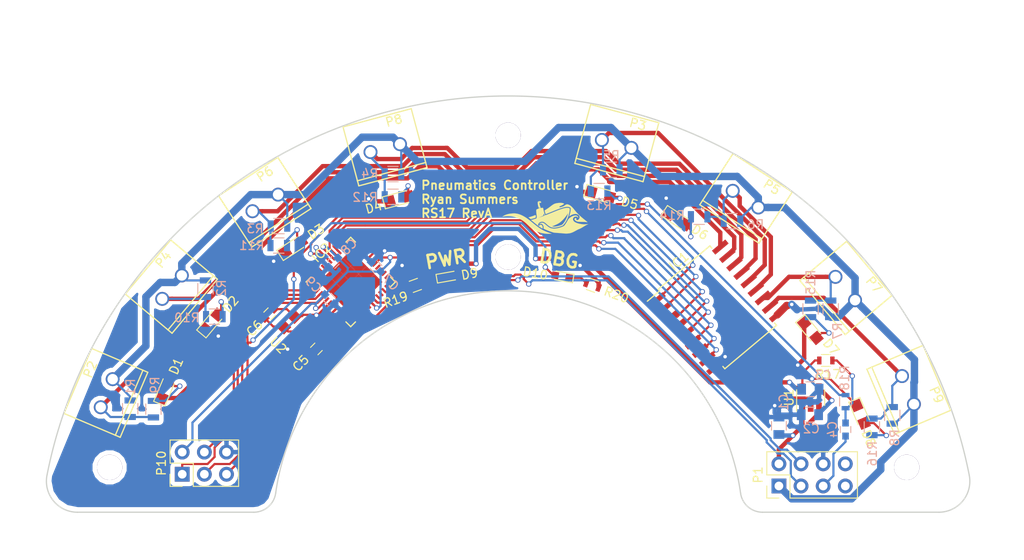
<source format=kicad_pcb>
(kicad_pcb (version 4) (host pcbnew 4.0.5-e0-6337~49~ubuntu16.04.1)
  (layers (0 F.Cu signal) (31 B.Cu signal) (34 B.Paste user) (35 F.Paste user) (36 B.SilkS user) (37 F.SilkS user) (38 B.Mask user) (39 F.Mask user) (44 Edge.Cuts user))
  (net 0 "")
  (net 1 +5V)
  (net 2 GND)
  (net 3 "Net-(C2-Pad1)")
  (net 4 +3V3)
  (net 5 "Net-(C4-Pad1)")
  (net 6 /dtr)
  (net 7 "Net-(C5-Pad1)")
  (net 8 "Net-(C6-Pad1)")
  (net 9 "Net-(D1-Pad2)")
  (net 10 "Net-(D2-Pad2)")
  (net 11 "Net-(D3-Pad2)")
  (net 12 "Net-(D4-Pad2)")
  (net 13 "Net-(D5-Pad2)")
  (net 14 "Net-(D6-Pad2)")
  (net 15 "Net-(D7-Pad2)")
  (net 16 "Net-(D8-Pad2)")
  (net 17 "Net-(D9-Pad1)")
  (net 18 /Microcontroller/DBG_LED)
  (net 19 "Net-(D10-Pad1)")
  (net 20 /PC1)
  (net 21 /PC2)
  (net 22 /PC3)
  (net 23 /PC4)
  (net 24 /PC5)
  (net 25 /PC6)
  (net 26 /PC7)
  (net 27 /PC8)
  (net 28 +12V)
  (net 29 /PN8)
  (net 30 /PN7)
  (net 31 /PN6)
  (net 32 /PN5)
  (net 33 /PN4)
  (net 34 /PN3)
  (net 35 /PN2)
  (net 36 /PN1)
  (net 37 /Microcontroller/MOSI)
  (net 38 /Microcontroller/MISO)
  (net 39 /Microcontroller/SCK)
  (net 40 /Microcontroller/~RST)
  (net 41 /tx_cpu)
  (net 42 /rx_cpu)
  (module robosub_footprints:2.9mm-Mounting-Hole (layer F.Cu) (at 156.0068 71.8058)
    (fp_text reference REF** hide)
    (fp_text value 2.9mm-Mounting-Hole hide)
    (pad 1 thru_hole circle (at 0 0) (size 2.9 2.9) (drill 2.9) (layers *.Cu *.Mask))
  )
  (module robosub_footprints:2.9mm-Mounting-Hole (layer F.Cu) (at 156.0068 85.7758)
    (fp_text reference REF** hide)
    (fp_text value 2.9mm-Mounting-Hole hide)
    (pad 1 thru_hole circle (at 0 0) (size 2.9 2.9) (drill 2.9) (layers *.Cu *.Mask))
  )
  (module robosub_footprints:2.9mm-Mounting-Hole (layer F.Cu) (at 201.7268 109.9058)
    (fp_text reference REF** hide)
    (fp_text value 2.9mm-Mounting-Hole hide)
    (pad 1 thru_hole circle (at 0 0) (size 2.9 2.9) (drill 2.9) (layers *.Cu *.Mask))
  )
  (module Capacitors_SMD:C_0805 (layer B.Cu) (at 187.071 105.1306 90)
    (fp_text reference C1 (at 2.6924 0.5588 90) (layer B.SilkS) (effects (justify mirror)))
    (fp_text value 1u)
    (pad 1 smd rect (at -1 0 90) (size 1 1.25) (layers B.Cu B.Paste B.Mask) (net 1 +5V))
    (pad 2 smd rect (at 1 0 90) (size 1 1.25) (layers B.Cu B.Paste B.Mask) (net 2 GND))
  )
  (module Capacitors_SMD:C_0805 (layer B.Cu) (at 190.627 103.8606 180)
    (fp_text reference C2 (at -0.1524 -1.6256 180) (layer B.SilkS) (effects (justify mirror)))
    (fp_text value 100p)
    (pad 1 smd rect (at -1 0 180) (size 1 1.25) (layers B.Cu B.Paste B.Mask) (net 3 "Net-(C2-Pad1)"))
    (pad 2 smd rect (at 1 0 180) (size 1 1.25) (layers B.Cu B.Paste B.Mask) (net 2 GND))
  )
  (module Capacitors_SMD:C_0805 (layer B.Cu) (at 190.6778 100.9396)
    (fp_text reference C3 (at 1.4478 -1.6002) (layer B.SilkS) (effects (justify mirror)))
    (fp_text value 2.2u)
    (pad 1 smd rect (at -1 0) (size 1 1.25) (layers B.Cu B.Paste B.Mask) (net 4 +3V3))
    (pad 2 smd rect (at 1 0) (size 1 1.25) (layers B.Cu B.Paste B.Mask) (net 2 GND))
  )
  (module Capacitors_SMD:C_0603 (layer B.Cu) (at 194.7164 105.5624 270)
    (fp_text reference C4 (at 0 1.5 270) (layer B.SilkS) (effects (justify mirror)))
    (fp_text value 100nF)
    (pad 1 smd rect (at -0.75 0 270) (size 0.8 0.75) (layers B.Cu B.Paste B.Mask) (net 5 "Net-(C4-Pad1)"))
    (pad 2 smd rect (at 0.75 0 270) (size 0.8 0.75) (layers B.Cu B.Paste B.Mask) (net 6 /dtr))
  )
  (module Capacitors_SMD:C_0603 (layer F.Cu) (at 134.0104 96.3168 225)
    (fp_text reference C5 (at 2.433649 0.098783 225) (layer F.SilkS))
    (fp_text value 18p)
    (pad 1 smd rect (at -0.75 0 225) (size 0.8 0.75) (layers F.Cu F.Paste F.Mask) (net 7 "Net-(C5-Pad1)"))
    (pad 2 smd rect (at 0.75 0 225) (size 0.8 0.75) (layers F.Cu F.Paste F.Mask) (net 2 GND))
  )
  (module Capacitors_SMD:C_0603 (layer F.Cu) (at 128.651 92.2782 45)
    (fp_text reference C6 (at -2.406709 -0.035921 45) (layer F.SilkS))
    (fp_text value 18p)
    (pad 1 smd rect (at -0.75 0 45) (size 0.8 0.75) (layers F.Cu F.Paste F.Mask) (net 8 "Net-(C6-Pad1)"))
    (pad 2 smd rect (at 0.75 0 45) (size 0.8 0.75) (layers F.Cu F.Paste F.Mask) (net 2 GND))
  )
  (module Capacitors_SMD:C_0603 (layer B.Cu) (at 140.843 86.9188 135)
    (fp_text reference C7 (at -2.44263 -0.071842 135) (layer B.SilkS) (effects (justify mirror)))
    (fp_text value 100n)
    (pad 1 smd rect (at -0.75 0 135) (size 0.8 0.75) (layers B.Cu B.Paste B.Mask) (net 4 +3V3))
    (pad 2 smd rect (at 0.75 0 135) (size 0.8 0.75) (layers B.Cu B.Paste B.Mask) (net 2 GND))
  )
  (module Capacitors_SMD:C_0603 (layer B.Cu) (at 135.9408 86.4108 225)
    (fp_text reference C8 (at -2.550393 0 225) (layer B.SilkS) (effects (justify mirror)))
    (fp_text value 100n)
    (pad 1 smd rect (at -0.75 0 225) (size 0.8 0.75) (layers B.Cu B.Paste B.Mask) (net 4 +3V3))
    (pad 2 smd rect (at 0.75 0 225) (size 0.8 0.75) (layers B.Cu B.Paste B.Mask) (net 2 GND))
  )
  (module Capacitors_SMD:C_0603 (layer B.Cu) (at 135.51207 90.60487 315)
    (fp_text reference C9 (at -2.482892 0.143684 315) (layer B.SilkS) (effects (justify mirror)))
    (fp_text value 4.7u)
    (pad 1 smd rect (at -0.75 0 315) (size 0.8 0.75) (layers B.Cu B.Paste B.Mask) (net 4 +3V3))
    (pad 2 smd rect (at 0.75 0 315) (size 0.8 0.75) (layers B.Cu B.Paste B.Mask) (net 2 GND))
  )
  (module LEDs:LED_0805 (layer F.Cu) (at 116.6876 100.9396 67)
    (fp_text reference D1 (at 2.91791 0.113505 67) (layer F.SilkS))
    (fp_text value YLW)
    (pad 2 smd rect (at 1.1 0 247) (size 1.2 1.2) (layers F.Cu F.Paste F.Mask) (net 9 "Net-(D1-Pad2)"))
    (pad 1 smd rect (at -1.1 0 247) (size 1.2 1.2) (layers F.Cu F.Paste F.Mask) (net 2 GND))
  )
  (module LEDs:LED_0805 (layer F.Cu) (at 121.9708 93.218 50)
    (fp_text reference D2 (at 2.977034 0.386661 50) (layer F.SilkS))
    (fp_text value YLW)
    (pad 2 smd rect (at 1.1 0 230) (size 1.2 1.2) (layers F.Cu F.Paste F.Mask) (net 10 "Net-(D2-Pad2)"))
    (pad 1 smd rect (at -1.1 0 230) (size 1.2 1.2) (layers F.Cu F.Paste F.Mask) (net 2 GND))
  )
  (module LEDs:LED_0805 (layer F.Cu) (at 131.3434 84.6074 33)
    (fp_text reference D3 (at 3.156133 -0.009833 33) (layer F.SilkS))
    (fp_text value YLW)
    (pad 2 smd rect (at 1.1 0 213) (size 1.2 1.2) (layers F.Cu F.Paste F.Mask) (net 11 "Net-(D3-Pad2)"))
    (pad 1 smd rect (at -1.1 0 213) (size 1.2 1.2) (layers F.Cu F.Paste F.Mask) (net 2 GND))
  )
  (module LEDs:LED_0805 (layer F.Cu) (at 143.4846 79.0956 15)
    (fp_text reference D4 (at -3.053321 0.20741 15) (layer F.SilkS))
    (fp_text value YLW)
    (pad 2 smd rect (at 1.1 0 195) (size 1.2 1.2) (layers F.Cu F.Paste F.Mask) (net 12 "Net-(D4-Pad2)"))
    (pad 1 smd rect (at -1.1 0 195) (size 1.2 1.2) (layers F.Cu F.Paste F.Mask) (net 2 GND))
  )
  (module LEDs:LED_0805 (layer F.Cu) (at 166.5986 78.5876 345)
    (fp_text reference D5 (at 3.501516 0.113612 345) (layer F.SilkS))
    (fp_text value YLW)
    (pad 2 smd rect (at 1.1 0 165) (size 1.2 1.2) (layers F.Cu F.Paste F.Mask) (net 13 "Net-(D5-Pad2)"))
    (pad 1 smd rect (at -1.1 0 165) (size 1.2 1.2) (layers F.Cu F.Paste F.Mask) (net 2 GND))
  )
  (module LEDs:LED_0805 (layer F.Cu) (at 175.4124 81.4324 327)
    (fp_text reference D6 (at 2.989024 -0.154219 327) (layer F.SilkS))
    (fp_text value YLW)
    (pad 2 smd rect (at 1.1 0 147) (size 1.2 1.2) (layers F.Cu F.Paste F.Mask) (net 14 "Net-(D6-Pad2)"))
    (pad 1 smd rect (at -1.1 0 147) (size 1.2 1.2) (layers F.Cu F.Paste F.Mask) (net 2 GND))
  )
  (module LEDs:LED_0805 (layer F.Cu) (at 190.6778 94.2086 310)
    (fp_text reference D7 (at 2.95825 -0.601367 310) (layer F.SilkS))
    (fp_text value YLW)
    (pad 2 smd rect (at 1.1 0 130) (size 1.2 1.2) (layers F.Cu F.Paste F.Mask) (net 15 "Net-(D7-Pad2)"))
    (pad 1 smd rect (at -1.1 0 130) (size 1.2 1.2) (layers F.Cu F.Paste F.Mask) (net 2 GND))
  )
  (module LEDs:LED_0805 (layer F.Cu) (at 196.4182 103.8098 293)
    (fp_text reference D8 (at 2.915719 0.216688 293) (layer F.SilkS))
    (fp_text value YLW)
    (pad 2 smd rect (at 1.1 0 113) (size 1.2 1.2) (layers F.Cu F.Paste F.Mask) (net 16 "Net-(D8-Pad2)"))
    (pad 1 smd rect (at -1.1 0 113) (size 1.2 1.2) (layers F.Cu F.Paste F.Mask) (net 2 GND))
  )
  (module LEDs:LED_0603 (layer F.Cu) (at 149.098 88.0364 10)
    (fp_text reference D9 (at 2.504311 0.132076 10) (layer F.SilkS))
    (fp_text value LED)
    (pad 2 smd rect (at 0.8 0 190) (size 0.8 0.8) (layers F.Cu F.Paste F.Mask) (net 4 +3V3))
    (pad 1 smd rect (at -0.8 0 190) (size 0.8 0.8) (layers F.Cu F.Paste F.Mask) (net 17 "Net-(D9-Pad1)"))
  )
  (module LEDs:LED_0603 (layer F.Cu) (at 162.2044 88.011 170)
    (fp_text reference D10 (at 3.088457 -0.183493 170) (layer F.SilkS))
    (fp_text value LED)
    (pad 2 smd rect (at 0.8 0 350) (size 0.8 0.8) (layers F.Cu F.Paste F.Mask) (net 18 /Microcontroller/DBG_LED))
    (pad 1 smd rect (at -0.8 0 350) (size 0.8 0.8) (layers F.Cu F.Paste F.Mask) (net 19 "Net-(D10-Pad1)"))
  )
  (module Housings_SOIC:SOIC-18W_7.5x11.6mm_Pitch1.27mm (layer F.Cu) (at 180.0098 91.5416 40)
    (fp_text reference IC1 (at 0 -6.875 40) (layer F.SilkS))
    (fp_text value ULN2803A)
    (pad 1 smd rect (at -4.7 -5.08 40) (size 2 0.6) (layers F.Cu F.Paste F.Mask) (net 20 /PC1))
    (pad 2 smd rect (at -4.7 -3.81 40) (size 2 0.6) (layers F.Cu F.Paste F.Mask) (net 21 /PC2))
    (pad 3 smd rect (at -4.7 -2.54 40) (size 2 0.6) (layers F.Cu F.Paste F.Mask) (net 22 /PC3))
    (pad 4 smd rect (at -4.7 -1.27 40) (size 2 0.6) (layers F.Cu F.Paste F.Mask) (net 23 /PC4))
    (pad 5 smd rect (at -4.7 0 40) (size 2 0.6) (layers F.Cu F.Paste F.Mask) (net 24 /PC5))
    (pad 6 smd rect (at -4.7 1.27 40) (size 2 0.6) (layers F.Cu F.Paste F.Mask) (net 25 /PC6))
    (pad 7 smd rect (at -4.7 2.54 40) (size 2 0.6) (layers F.Cu F.Paste F.Mask) (net 26 /PC7))
    (pad 8 smd rect (at -4.7 3.81 40) (size 2 0.6) (layers F.Cu F.Paste F.Mask) (net 27 /PC8))
    (pad 9 smd rect (at -4.7 5.08 40) (size 2 0.6) (layers F.Cu F.Paste F.Mask) (net 2 GND))
    (pad 10 smd rect (at 4.7 5.08 40) (size 2 0.6) (layers F.Cu F.Paste F.Mask) (net 28 +12V))
    (pad 11 smd rect (at 4.7 3.81 40) (size 2 0.6) (layers F.Cu F.Paste F.Mask) (net 29 /PN8))
    (pad 12 smd rect (at 4.7 2.54 40) (size 2 0.6) (layers F.Cu F.Paste F.Mask) (net 30 /PN7))
    (pad 13 smd rect (at 4.7 1.27 40) (size 2 0.6) (layers F.Cu F.Paste F.Mask) (net 31 /PN6))
    (pad 14 smd rect (at 4.7 0 40) (size 2 0.6) (layers F.Cu F.Paste F.Mask) (net 32 /PN5))
    (pad 15 smd rect (at 4.7 -1.27 40) (size 2 0.6) (layers F.Cu F.Paste F.Mask) (net 33 /PN4))
    (pad 16 smd rect (at 4.7 -2.54 40) (size 2 0.6) (layers F.Cu F.Paste F.Mask) (net 34 /PN3))
    (pad 17 smd rect (at 4.7 -3.81 40) (size 2 0.6) (layers F.Cu F.Paste F.Mask) (net 35 /PN2))
    (pad 18 smd rect (at 4.7 -5.08 40) (size 2 0.6) (layers F.Cu F.Paste F.Mask) (net 36 /PN1))
  )
  (module Housings_DFN_QFN:QFN-44-1EP_7x7mm_Pitch0.5mm (layer F.Cu) (at 137.94655 88.63725 45)
    (fp_text reference IC2 (at 0 -4.75 45) (layer F.SilkS))
    (fp_text value ATMEGA1284P-M)
    (pad 1 smd rect (at -3.4 -2.5 45) (size 0.7 0.25) (layers F.Cu F.Paste F.Mask) (net 37 /Microcontroller/MOSI))
    (pad 2 smd rect (at -3.4 -2 45) (size 0.7 0.25) (layers F.Cu F.Paste F.Mask) (net 38 /Microcontroller/MISO))
    (pad 3 smd rect (at -3.4 -1.5 45) (size 0.7 0.25) (layers F.Cu F.Paste F.Mask) (net 39 /Microcontroller/SCK))
    (pad 4 smd rect (at -3.4 -1 45) (size 0.7 0.25) (layers F.Cu F.Paste F.Mask) (net 40 /Microcontroller/~RST))
    (pad 5 smd rect (at -3.4 -0.5 45) (size 0.7 0.25) (layers F.Cu F.Paste F.Mask) (net 4 +3V3))
    (pad 6 smd rect (at -3.4 0 45) (size 0.7 0.25) (layers F.Cu F.Paste F.Mask) (net 2 GND))
    (pad 7 smd rect (at -3.4 0.5 45) (size 0.7 0.25) (layers F.Cu F.Paste F.Mask) (net 8 "Net-(C6-Pad1)"))
    (pad 8 smd rect (at -3.4 1 45) (size 0.7 0.25) (layers F.Cu F.Paste F.Mask) (net 7 "Net-(C5-Pad1)"))
    (pad 9 smd rect (at -3.4 1.5 45) (size 0.7 0.25) (layers F.Cu F.Paste F.Mask) (net 41 /tx_cpu))
    (pad 10 smd rect (at -3.4 2 45) (size 0.7 0.25) (layers F.Cu F.Paste F.Mask) (net 42 /rx_cpu))
    (pad 11 smd rect (at -3.4 2.5 45) (size 0.7 0.25) (layers F.Cu F.Paste F.Mask))
    (pad 12 smd rect (at -2.5 3.4 135) (size 0.7 0.25) (layers F.Cu F.Paste F.Mask))
    (pad 13 smd rect (at -2 3.4 135) (size 0.7 0.25) (layers F.Cu F.Paste F.Mask))
    (pad 14 smd rect (at -1.5 3.4 135) (size 0.7 0.25) (layers F.Cu F.Paste F.Mask))
    (pad 15 smd rect (at -1 3.4 135) (size 0.7 0.25) (layers F.Cu F.Paste F.Mask))
    (pad 16 smd rect (at -0.5 3.4 135) (size 0.7 0.25) (layers F.Cu F.Paste F.Mask))
    (pad 17 smd rect (at 0 3.4 135) (size 0.7 0.25) (layers F.Cu F.Paste F.Mask) (net 4 +3V3))
    (pad 18 smd rect (at 0.5 3.4 135) (size 0.7 0.25) (layers F.Cu F.Paste F.Mask) (net 2 GND))
    (pad 19 smd rect (at 1 3.4 135) (size 0.7 0.25) (layers F.Cu F.Paste F.Mask))
    (pad 20 smd rect (at 1.5 3.4 135) (size 0.7 0.25) (layers F.Cu F.Paste F.Mask))
    (pad 21 smd rect (at 2 3.4 135) (size 0.7 0.25) (layers F.Cu F.Paste F.Mask))
    (pad 22 smd rect (at 2.5 3.4 135) (size 0.7 0.25) (layers F.Cu F.Paste F.Mask))
    (pad 23 smd rect (at 3.4 2.5 45) (size 0.7 0.25) (layers F.Cu F.Paste F.Mask))
    (pad 24 smd rect (at 3.4 2 45) (size 0.7 0.25) (layers F.Cu F.Paste F.Mask))
    (pad 25 smd rect (at 3.4 1.5 45) (size 0.7 0.25) (layers F.Cu F.Paste F.Mask))
    (pad 26 smd rect (at 3.4 1 45) (size 0.7 0.25) (layers F.Cu F.Paste F.Mask))
    (pad 27 smd rect (at 3.4 0.5 45) (size 0.7 0.25) (layers F.Cu F.Paste F.Mask) (net 4 +3V3))
    (pad 28 smd rect (at 3.4 0 45) (size 0.7 0.25) (layers F.Cu F.Paste F.Mask) (net 2 GND))
    (pad 29 smd rect (at 3.4 -0.5 45) (size 0.7 0.25) (layers F.Cu F.Paste F.Mask) (net 2 GND))
    (pad 30 smd rect (at 3.4 -1 45) (size 0.7 0.25) (layers F.Cu F.Paste F.Mask) (net 27 /PC8))
    (pad 31 smd rect (at 3.4 -1.5 45) (size 0.7 0.25) (layers F.Cu F.Paste F.Mask) (net 26 /PC7))
    (pad 32 smd rect (at 3.4 -2 45) (size 0.7 0.25) (layers F.Cu F.Paste F.Mask) (net 25 /PC6))
    (pad 33 smd rect (at 3.4 -2.5 45) (size 0.7 0.25) (layers F.Cu F.Paste F.Mask) (net 24 /PC5))
    (pad 34 smd rect (at 2.5 -3.4 135) (size 0.7 0.25) (layers F.Cu F.Paste F.Mask) (net 23 /PC4))
    (pad 35 smd rect (at 2 -3.4 135) (size 0.7 0.25) (layers F.Cu F.Paste F.Mask) (net 22 /PC3))
    (pad 36 smd rect (at 1.5 -3.4 135) (size 0.7 0.25) (layers F.Cu F.Paste F.Mask) (net 21 /PC2))
    (pad 37 smd rect (at 1 -3.4 135) (size 0.7 0.25) (layers F.Cu F.Paste F.Mask) (net 20 /PC1))
    (pad 38 smd rect (at 0.5 -3.4 135) (size 0.7 0.25) (layers F.Cu F.Paste F.Mask) (net 4 +3V3))
    (pad 39 smd rect (at 0 -3.4 135) (size 0.7 0.25) (layers F.Cu F.Paste F.Mask) (net 2 GND))
    (pad 40 smd rect (at -0.5 -3.4 135) (size 0.7 0.25) (layers F.Cu F.Paste F.Mask) (net 18 /Microcontroller/DBG_LED))
    (pad 41 smd rect (at -1 -3.4 135) (size 0.7 0.25) (layers F.Cu F.Paste F.Mask))
    (pad 42 smd rect (at -1.5 -3.4 135) (size 0.7 0.25) (layers F.Cu F.Paste F.Mask))
    (pad 43 smd rect (at -2 -3.4 135) (size 0.7 0.25) (layers F.Cu F.Paste F.Mask))
    (pad 44 smd rect (at -2.5 -3.4 135) (size 0.7 0.25) (layers F.Cu F.Paste F.Mask))
    (pad 45 smd rect (at 1.93125 1.93125 45) (size 1.2875 1.2875) (layers F.Cu F.Paste F.Mask))
    (pad 45 smd rect (at 1.93125 0.64375 45) (size 1.2875 1.2875) (layers F.Cu F.Paste F.Mask))
    (pad 45 smd rect (at 1.93125 -0.64375 45) (size 1.2875 1.2875) (layers F.Cu F.Paste F.Mask))
    (pad 45 smd rect (at 1.93125 -1.93125 45) (size 1.2875 1.2875) (layers F.Cu F.Paste F.Mask))
    (pad 45 smd rect (at 0.64375 1.93125 45) (size 1.2875 1.2875) (layers F.Cu F.Paste F.Mask))
    (pad 45 smd rect (at 0.64375 0.64375 45) (size 1.2875 1.2875) (layers F.Cu F.Paste F.Mask))
    (pad 45 smd rect (at 0.64375 -0.64375 45) (size 1.2875 1.2875) (layers F.Cu F.Paste F.Mask))
    (pad 45 smd rect (at 0.64375 -1.93125 45) (size 1.2875 1.2875) (layers F.Cu F.Paste F.Mask))
    (pad 45 smd rect (at -0.64375 1.93125 45) (size 1.2875 1.2875) (layers F.Cu F.Paste F.Mask))
    (pad 45 smd rect (at -0.64375 0.64375 45) (size 1.2875 1.2875) (layers F.Cu F.Paste F.Mask))
    (pad 45 smd rect (at -0.64375 -0.64375 45) (size 1.2875 1.2875) (layers F.Cu F.Paste F.Mask))
    (pad 45 smd rect (at -0.64375 -1.93125 45) (size 1.2875 1.2875) (layers F.Cu F.Paste F.Mask))
    (pad 45 smd rect (at -1.93125 1.93125 45) (size 1.2875 1.2875) (layers F.Cu F.Paste F.Mask))
    (pad 45 smd rect (at -1.93125 0.64375 45) (size 1.2875 1.2875) (layers F.Cu F.Paste F.Mask))
    (pad 45 smd rect (at -1.93125 -0.64375 45) (size 1.2875 1.2875) (layers F.Cu F.Paste F.Mask))
    (pad 45 smd rect (at -1.93125 -1.93125 45) (size 1.2875 1.2875) (layers F.Cu F.Paste F.Mask))
  )
  (module robosub_footprints:Screw-Terminal-2-3.5mm (layer F.Cu) (at 109.9566 101.3968 247)
    (fp_text reference P2 (at -1.778 2.794 247) (layer F.SilkS))
    (fp_text value CONN_01X02)
    (pad 2 thru_hole circle (at 1.75 0 247) (size 1.6 1.6) (drill 1.2) (layers *.Cu *.Mask) (net 36 /PN1))
    (pad 1 thru_hole circle (at -1.75 0 247) (size 1.6 1.6) (drill 1.2) (layers *.Cu *.Mask) (net 28 +12V))
  )
  (module robosub_footprints:Screw-Terminal-2-3.5mm (layer F.Cu) (at 168.4528 72.7964 165)
    (fp_text reference P3 (at -1.778 2.794 165) (layer F.SilkS))
    (fp_text value CONN_01X02)
    (pad 2 thru_hole circle (at 1.75 0 165) (size 1.6 1.6) (drill 1.2) (layers *.Cu *.Mask) (net 32 /PN5))
    (pad 1 thru_hole circle (at -1.75 0 165) (size 1.6 1.6) (drill 1.2) (layers *.Cu *.Mask) (net 28 +12V))
  )
  (module robosub_footprints:Screw-Terminal-2-3.5mm (layer F.Cu) (at 117.4496 89.2302 230)
    (fp_text reference P4 (at -1.778 2.794 230) (layer F.SilkS))
    (fp_text value CONN_01X02)
    (pad 2 thru_hole circle (at 1.75 0 230) (size 1.6 1.6) (drill 1.2) (layers *.Cu *.Mask) (net 35 /PN2))
    (pad 1 thru_hole circle (at -1.75 0 230) (size 1.6 1.6) (drill 1.2) (layers *.Cu *.Mask) (net 28 +12V))
  )
  (module robosub_footprints:Screw-Terminal-2-3.5mm (layer F.Cu) (at 183.241127 79.133082 147)
    (fp_text reference P5 (at -1.778 2.794 147) (layer F.SilkS))
    (fp_text value CONN_01X02)
    (pad 2 thru_hole circle (at 1.75 0 147) (size 1.6 1.6) (drill 1.2) (layers *.Cu *.Mask) (net 31 /PN6))
    (pad 1 thru_hole circle (at -1.75 0 147) (size 1.6 1.6) (drill 1.2) (layers *.Cu *.Mask) (net 28 +12V))
  )
  (module robosub_footprints:Screw-Terminal-2-3.5mm (layer F.Cu) (at 128.148527 79.566118 213)
    (fp_text reference P6 (at -1.778 2.794 213) (layer F.SilkS))
    (fp_text value CONN_01X02)
    (pad 2 thru_hole circle (at 1.75 0 213) (size 1.6 1.6) (drill 1.2) (layers *.Cu *.Mask) (net 34 /PN3))
    (pad 1 thru_hole circle (at -1.75 0 213) (size 1.6 1.6) (drill 1.2) (layers *.Cu *.Mask) (net 28 +12V))
  )
  (module robosub_footprints:Screw-Terminal-2-3.5mm (layer F.Cu) (at 194.683722 89.388222 130)
    (fp_text reference P7 (at -1.778 2.794 130) (layer F.SilkS))
    (fp_text value CONN_01X02)
    (pad 2 thru_hole circle (at 1.75 0 130) (size 1.6 1.6) (drill 1.2) (layers *.Cu *.Mask) (net 30 /PN7))
    (pad 1 thru_hole circle (at -1.75 0 130) (size 1.6 1.6) (drill 1.2) (layers *.Cu *.Mask) (net 28 +12V))
  )
  (module robosub_footprints:Screw-Terminal-2-3.5mm (layer F.Cu) (at 141.9098 73.279 195)
    (fp_text reference P8 (at -1.778 2.794 195) (layer F.SilkS))
    (fp_text value CONN_01X02)
    (pad 2 thru_hole circle (at 1.75 0 195) (size 1.6 1.6) (drill 1.2) (layers *.Cu *.Mask) (net 33 /PN4))
    (pad 1 thru_hole circle (at -1.75 0 195) (size 1.6 1.6) (drill 1.2) (layers *.Cu *.Mask) (net 28 +12V))
  )
  (module robosub_footprints:Screw-Terminal-2-3.5mm (layer F.Cu) (at 201.8792 101.0412 113)
    (fp_text reference P9 (at -1.778 2.794 113) (layer F.SilkS))
    (fp_text value CONN_01X02)
    (pad 2 thru_hole circle (at 1.75 0 113) (size 1.6 1.6) (drill 1.2) (layers *.Cu *.Mask) (net 29 /PN8))
    (pad 1 thru_hole circle (at -1.75 0 113) (size 1.6 1.6) (drill 1.2) (layers *.Cu *.Mask) (net 28 +12V))
  )
  (module Pin_Headers:Pin_Header_Straight_2x03_Pitch2.54mm (layer F.Cu) (at 118.618 110.6932 90)
    (fp_text reference P10 (at 1.27 -2.39 90) (layer F.SilkS))
    (fp_text value CONN_02X03)
    (pad 1 thru_hole rect (at 0 0 90) (size 1.7 1.7) (drill 1) (layers *.Cu *.Mask) (net 38 /Microcontroller/MISO))
    (pad 2 thru_hole oval (at 2.54 0 90) (size 1.7 1.7) (drill 1) (layers *.Cu *.Mask) (net 4 +3V3))
    (pad 3 thru_hole oval (at 0 2.54 90) (size 1.7 1.7) (drill 1) (layers *.Cu *.Mask) (net 39 /Microcontroller/SCK))
    (pad 4 thru_hole oval (at 2.54 2.54 90) (size 1.7 1.7) (drill 1) (layers *.Cu *.Mask) (net 37 /Microcontroller/MOSI))
    (pad 5 thru_hole oval (at 0 5.08 90) (size 1.7 1.7) (drill 1) (layers *.Cu *.Mask) (net 40 /Microcontroller/~RST))
    (pad 6 thru_hole oval (at 2.54 5.08 90) (size 1.7 1.7) (drill 1) (layers *.Cu *.Mask) (net 2 GND))
  )
  (module Resistors_SMD:R_0805 (layer B.Cu) (at 112.649 103.1748 270)
    (fp_text reference R1 (at -2.4892 -0.0508 270) (layer B.SilkS) (effects (justify mirror)))
    (fp_text value R)
    (pad 1 smd rect (at -0.95 0 270) (size 0.7 1.3) (layers B.Cu B.Paste B.Mask) (net 28 +12V))
    (pad 2 smd rect (at 0.95 0 270) (size 0.7 1.3) (layers B.Cu B.Paste B.Mask) (net 36 /PN1))
  )
  (module Resistors_SMD:R_0805 (layer B.Cu) (at 121.285 89.408 270)
    (fp_text reference R2 (at -0.0762 -1.8288 270) (layer B.SilkS) (effects (justify mirror)))
    (fp_text value R)
    (pad 1 smd rect (at -0.95 0 270) (size 0.7 1.3) (layers B.Cu B.Paste B.Mask) (net 28 +12V))
    (pad 2 smd rect (at 0.95 0 270) (size 0.7 1.3) (layers B.Cu B.Paste B.Mask) (net 35 /PN2))
  )
  (module Resistors_SMD:R_0805 (layer B.Cu) (at 129.7178 82.2198 180)
    (fp_text reference R3 (at 2.7432 -0.3048 180) (layer B.SilkS) (effects (justify mirror)))
    (fp_text value R)
    (pad 1 smd rect (at -0.95 0 180) (size 0.7 1.3) (layers B.Cu B.Paste B.Mask) (net 28 +12V))
    (pad 2 smd rect (at 0.95 0 180) (size 0.7 1.3) (layers B.Cu B.Paste B.Mask) (net 34 /PN3))
  )
  (module Resistors_SMD:R_0805 (layer B.Cu) (at 142.7988 76.2508 180)
    (fp_text reference R4 (at 2.667 0.0508 180) (layer B.SilkS) (effects (justify mirror)))
    (fp_text value R)
    (pad 1 smd rect (at -0.95 0 180) (size 0.7 1.3) (layers B.Cu B.Paste B.Mask) (net 28 +12V))
    (pad 2 smd rect (at 0.95 0 180) (size 0.7 1.3) (layers B.Cu B.Paste B.Mask) (net 33 /PN4))
  )
  (module Resistors_SMD:R_0805 (layer B.Cu) (at 167.8432 75.7682 180)
    (fp_text reference R5 (at 0 1.65 180) (layer B.SilkS) (effects (justify mirror)))
    (fp_text value R)
    (pad 1 smd rect (at -0.95 0 180) (size 0.7 1.3) (layers B.Cu B.Paste B.Mask) (net 28 +12V))
    (pad 2 smd rect (at 0.95 0 180) (size 0.7 1.3) (layers B.Cu B.Paste B.Mask) (net 32 /PN5))
  )
  (module Resistors_SMD:R_0805 (layer B.Cu) (at 181.6862 81.661 180)
    (fp_text reference R6 (at -2.7178 -0.381 180) (layer B.SilkS) (effects (justify mirror)))
    (fp_text value R)
    (pad 1 smd rect (at -0.95 0 180) (size 0.7 1.3) (layers B.Cu B.Paste B.Mask) (net 28 +12V))
    (pad 2 smd rect (at 0.95 0 180) (size 0.7 1.3) (layers B.Cu B.Paste B.Mask) (net 31 /PN6))
  )
  (module Resistors_SMD:R_0805 (layer B.Cu) (at 193.0146 91.7194 90)
    (fp_text reference R7 (at -2.54 0.7874 90) (layer B.SilkS) (effects (justify mirror)))
    (fp_text value R)
    (pad 1 smd rect (at -0.95 0 90) (size 0.7 1.3) (layers B.Cu B.Paste B.Mask) (net 28 +12V))
    (pad 2 smd rect (at 0.95 0 90) (size 0.7 1.3) (layers B.Cu B.Paste B.Mask) (net 30 /PN7))
  )
  (module Resistors_SMD:R_0805 (layer B.Cu) (at 200.0758 103.9368 90)
    (fp_text reference R8 (at -2.5654 0.2794 90) (layer B.SilkS) (effects (justify mirror)))
    (fp_text value R)
    (pad 1 smd rect (at -0.95 0 90) (size 0.7 1.3) (layers B.Cu B.Paste B.Mask) (net 28 +12V))
    (pad 2 smd rect (at 0.95 0 90) (size 0.7 1.3) (layers B.Cu B.Paste B.Mask) (net 29 /PN8))
  )
  (module Resistors_SMD:R_0805 (layer B.Cu) (at 115.316 103.2256 90)
    (fp_text reference R9 (at 2.7686 0.1778 90) (layer B.SilkS) (effects (justify mirror)))
    (fp_text value R)
    (pad 1 smd rect (at -0.95 0 90) (size 0.7 1.3) (layers B.Cu B.Paste B.Mask) (net 36 /PN1))
    (pad 2 smd rect (at 0.95 0 90) (size 0.7 1.3) (layers B.Cu B.Paste B.Mask) (net 9 "Net-(D1-Pad2)"))
  )
  (module Resistors_SMD:R_0805 (layer B.Cu) (at 122.301 92.6084)
    (fp_text reference R10 (at -3.1496 0.127) (layer B.SilkS) (effects (justify mirror)))
    (fp_text value R)
    (pad 1 smd rect (at -0.95 0) (size 0.7 1.3) (layers B.Cu B.Paste B.Mask) (net 35 /PN2))
    (pad 2 smd rect (at 0.95 0) (size 0.7 1.3) (layers B.Cu B.Paste B.Mask) (net 10 "Net-(D2-Pad2)"))
  )
  (module Resistors_SMD:R_0805 (layer B.Cu) (at 129.6924 84.455)
    (fp_text reference R11 (at -3.0988 0) (layer B.SilkS) (effects (justify mirror)))
    (fp_text value R)
    (pad 1 smd rect (at -0.95 0) (size 0.7 1.3) (layers B.Cu B.Paste B.Mask) (net 34 /PN3))
    (pad 2 smd rect (at 0.95 0) (size 0.7 1.3) (layers B.Cu B.Paste B.Mask) (net 11 "Net-(D3-Pad2)"))
  )
  (module Resistors_SMD:R_0805 (layer B.Cu) (at 142.7988 78.867)
    (fp_text reference R12 (at -3.2004 0.0508) (layer B.SilkS) (effects (justify mirror)))
    (fp_text value R)
    (pad 1 smd rect (at -0.95 0) (size 0.7 1.3) (layers B.Cu B.Paste B.Mask) (net 33 /PN4))
    (pad 2 smd rect (at 0.95 0) (size 0.7 1.3) (layers B.Cu B.Paste B.Mask) (net 12 "Net-(D4-Pad2)"))
  )
  (module Resistors_SMD:R_0805 (layer B.Cu) (at 166.4462 78.2066)
    (fp_text reference R13 (at 0 1.65) (layer B.SilkS) (effects (justify mirror)))
    (fp_text value R)
    (pad 1 smd rect (at -0.95 0) (size 0.7 1.3) (layers B.Cu B.Paste B.Mask) (net 32 /PN5))
    (pad 2 smd rect (at 0.95 0) (size 0.7 1.3) (layers B.Cu B.Paste B.Mask) (net 13 "Net-(D5-Pad2)"))
  )
  (module Resistors_SMD:R_0805 (layer B.Cu) (at 177.927 81.153 180)
    (fp_text reference R14 (at 3.1242 0.1524 180) (layer B.SilkS) (effects (justify mirror)))
    (fp_text value R)
    (pad 1 smd rect (at -0.95 0 180) (size 0.7 1.3) (layers B.Cu B.Paste B.Mask) (net 31 /PN6))
    (pad 2 smd rect (at 0.95 0 180) (size 0.7 1.3) (layers B.Cu B.Paste B.Mask) (net 14 "Net-(D6-Pad2)"))
  )
  (module Resistors_SMD:R_0805 (layer B.Cu) (at 190.7032 91.7194 270)
    (fp_text reference R15 (at -3.048 -0.0254 270) (layer B.SilkS) (effects (justify mirror)))
    (fp_text value R)
    (pad 1 smd rect (at -0.95 0 270) (size 0.7 1.3) (layers B.Cu B.Paste B.Mask) (net 30 /PN7))
    (pad 2 smd rect (at 0.95 0 270) (size 0.7 1.3) (layers B.Cu B.Paste B.Mask) (net 15 "Net-(D7-Pad2)"))
  )
  (module Resistors_SMD:R_0805 (layer B.Cu) (at 197.739 105.2576 270)
    (fp_text reference R16 (at 3.0734 -0.0508 270) (layer B.SilkS) (effects (justify mirror)))
    (fp_text value R)
    (pad 1 smd rect (at -0.95 0 270) (size 0.7 1.3) (layers B.Cu B.Paste B.Mask) (net 29 /PN8))
    (pad 2 smd rect (at 0.95 0 270) (size 0.7 1.3) (layers B.Cu B.Paste B.Mask) (net 16 "Net-(D8-Pad2)"))
  )
  (module Resistors_SMD:R_0603 (layer F.Cu) (at 192.4558 97.6376)
    (fp_text reference R17 (at 0.2667 1.5875) (layer F.SilkS))
    (fp_text value 10k)
    (pad 1 smd rect (at -0.75 0) (size 0.5 0.9) (layers F.Cu F.Paste F.Mask) (net 4 +3V3))
    (pad 2 smd rect (at 0.75 0) (size 0.5 0.9) (layers F.Cu F.Paste F.Mask) (net 5 "Net-(C4-Pad1)"))
  )
  (module Resistors_SMD:R_0603 (layer B.Cu) (at 194.7164 102.362 270)
    (fp_text reference R18 (at -2.7178 0.1016 270) (layer B.SilkS) (effects (justify mirror)))
    (fp_text value 1k)
    (pad 1 smd rect (at -0.75 0 270) (size 0.5 0.9) (layers B.Cu B.Paste B.Mask) (net 40 /Microcontroller/~RST))
    (pad 2 smd rect (at 0.75 0 270) (size 0.5 0.9) (layers B.Cu B.Paste B.Mask) (net 5 "Net-(C4-Pad1)"))
  )
  (module Resistors_SMD:R_0603 (layer F.Cu) (at 145.3642 89.027 200)
    (fp_text reference R19 (at 2.688944 -0.778262 200) (layer F.SilkS))
    (fp_text value 65)
    (pad 1 smd rect (at -0.75 0 200) (size 0.5 0.9) (layers F.Cu F.Paste F.Mask) (net 17 "Net-(D9-Pad1)"))
    (pad 2 smd rect (at 0.75 0 200) (size 0.5 0.9) (layers F.Cu F.Paste F.Mask) (net 2 GND))
  )
  (module Resistors_SMD:R_0603 (layer F.Cu) (at 165.6842 89.027 340)
    (fp_text reference R20 (at 2.951319 0.088103 340) (layer F.SilkS))
    (fp_text value 65)
    (pad 1 smd rect (at -0.75 0 340) (size 0.5 0.9) (layers F.Cu F.Paste F.Mask) (net 19 "Net-(D10-Pad1)"))
    (pad 2 smd rect (at 0.75 0 340) (size 0.5 0.9) (layers F.Cu F.Paste F.Mask) (net 2 GND))
  )
  (module TO_SOT_Packages_SMD:SOT-23-5 (layer F.Cu) (at 190.7134 101.897 90)
    (fp_text reference U1 (at 0 -2.474 90) (layer F.SilkS))
    (fp_text value AP2210)
    (pad 1 smd rect (at -1.1 -0.95 90) (size 1.06 0.65) (layers F.Cu F.Paste F.Mask) (net 1 +5V))
    (pad 2 smd rect (at -1.1 0 90) (size 1.06 0.65) (layers F.Cu F.Paste F.Mask) (net 2 GND))
    (pad 3 smd rect (at -1.1 0.95 90) (size 1.06 0.65) (layers F.Cu F.Paste F.Mask) (net 1 +5V))
    (pad 4 smd rect (at 1.1 0.95 90) (size 1.06 0.65) (layers F.Cu F.Paste F.Mask) (net 3 "Net-(C2-Pad1)"))
    (pad 5 smd rect (at 1.1 -0.95 90) (size 1.06 0.65) (layers F.Cu F.Paste F.Mask) (net 4 +3V3))
  )
  (module robosub_footprints:DFN-4 (layer F.Cu) (at 131.5974 93.9292 315)
    (fp_text reference U2 (at 0 2.794 315) (layer F.SilkS))
    (fp_text value TSX-3225)
    (pad 2 smd rect (at 1.1 0.85 315) (size 1.4 1.2) (layers F.Cu F.Paste F.Mask) (net 2 GND))
    (pad 1 smd rect (at -1.1 0.85 315) (size 1.4 1.2) (layers F.Cu F.Paste F.Mask) (net 8 "Net-(C6-Pad1)"))
    (pad 4 smd rect (at -1.1 -0.85 315) (size 1.4 1.2) (layers F.Cu F.Paste F.Mask) (net 2 GND))
    (pad 3 smd rect (at 1.1 -0.85 315) (size 1.4 1.2) (layers F.Cu F.Paste F.Mask) (net 7 "Net-(C5-Pad1)"))
  )
  (module Pin_Headers:Pin_Header_Straight_2x04_Pitch2.54mm (layer F.Cu) (at 187.071 112.0394 90)
    (fp_text reference P1 (at 1.27 -2.39 90) (layer F.SilkS))
    (fp_text value CONN_01X06)
    (pad 1 thru_hole rect (at 0 0 90) (size 1.7 1.7) (drill 1) (layers *.Cu *.Mask) (net 28 +12V))
    (pad 2 thru_hole oval (at 2.54 0 90) (size 1.7 1.7) (drill 1) (layers *.Cu *.Mask) (net 1 +5V))
    (pad 3 thru_hole oval (at 0 2.54 90) (size 1.7 1.7) (drill 1) (layers *.Cu *.Mask) (net 42 /rx_cpu))
    (pad 4 thru_hole oval (at 2.54 2.54 90) (size 1.7 1.7) (drill 1) (layers *.Cu *.Mask) (net 41 /tx_cpu))
    (pad 5 thru_hole oval (at 0 5.08 90) (size 1.7 1.7) (drill 1) (layers *.Cu *.Mask) (net 6 /dtr))
    (pad 6 thru_hole oval (at 2.54 5.08 90) (size 1.7 1.7) (drill 1) (layers *.Cu *.Mask) (net 2 GND))
    (pad 7 thru_hole oval (at 0 7.62 90) (size 1.7 1.7) (drill 1) (layers *.Cu *.Mask))
    (pad 8 thru_hole oval (at 2.54 7.62 90) (size 1.7 1.7) (drill 1) (layers *.Cu *.Mask))
  )
  (module robosub_footprints:robosub_logo-medium (layer F.Cu) (at 160.3502 81.3562)
    (fp_text reference G*** hide)
    (fp_text value LOGO hide)
  )
  (module robosub_footprints:2.9mm-Mounting-Hole (layer F.Cu) (at 110.2868 109.9058)
    (fp_text reference REF** hide)
    (fp_text value 2.9mm-Mounting-Hole hide)
    (pad 1 thru_hole circle (at 0 0) (size 2.9 2.9) (drill 2.9) (layers *.Cu *.Mask))
  )
  (gr_text DBG (at 161.8361 85.9917 350) (layer F.SilkS) (effects (font (size 1.5 1.5) (thickness 0.3))))
  (gr_text PWR (at 148.8694 86.0171 10) (layer F.SilkS) (effects (font (size 1.5 1.5) (thickness 0.3))))
  (gr_text "Pneumatics Controller\nRyan Summers\nRS17 RevA" (at 145.923 79.1464) (layer F.SilkS) (effects (font (size 1 1) (thickness 0.2)) (justify left)))
  (gr_arc (start 106.59417 111.4933) (end 103.113028 110.766986) (angle -101.8) (layer Edge.Cuts) (width 0.15))
  (gr_arc (start 156.0068 121.212769) (end 208.908572 110.806986) (angle -157.7) (layer Edge.Cuts) (width 0.15))
  (gr_arc (start 205.41943 111.4933) (end 205.41943 115.0493) (angle -101.1) (layer Edge.Cuts) (width 0.15))
  (gr_arc (start 126.824422 112.5093) (end 126.824422 115.0493) (angle -82.5) (layer Edge.Cuts) (width 0.15))
  (gr_line (start 106.59417 115.0493) (end 126.824422 115.0493) (layer Edge.Cuts) (width 0.15))
  (gr_line (start 185.189178 115.0493) (end 205.41943 115.0493) (layer Edge.Cuts) (width 0.15))
  (gr_arc (start 185.189178 112.5093) (end 182.673456 112.859645) (angle -82) (layer Edge.Cuts) (width 0.15))
  (gr_arc (start 156.0068 116.5733) (end 182.673456 112.859645) (angle -164.1) (layer Edge.Cuts) (width 0.15))
  (segment (start 191.6634 102.997) (end 191.6634 103.712002) (width 0.5) (layer F.Cu) (net 1))
  (segment (start 191.6634 103.712002) (end 190.219402 105.156) (width 0.5) (layer F.Cu) (net 1))
  (segment (start 190.219402 105.156) (end 189.7634 105.156) (width 0.5) (layer F.Cu) (net 1))
  (segment (start 189.7634 105.156) (end 189.7634 102.997) (width 0.5) (layer F.Cu) (net 1))
  (segment (start 188.6712 106.2482) (end 189.7634 105.156) (width 0.5) (layer F.Cu) (net 1))
  (segment (start 188.6712 106.2482) (end 187.1886 106.2482) (width 0.5) (layer B.Cu) (net 1))
  (segment (start 187.1886 106.2482) (end 187.071 106.1306) (width 0.5) (layer B.Cu) (net 1))
  (segment (start 187.071 109.4994) (end 187.071 107.8484) (width 0.5) (layer F.Cu) (net 1))
  (segment (start 187.071 107.8484) (end 188.6712 106.2482) (width 0.5) (layer F.Cu) (net 1))
  (via (at 188.6712 106.2482) (size 0.6) (drill 0.4) (layers F.Cu B.Cu) (net 1))
  (segment (start 143.4084 85.4456) (end 143.0274 85.0646) (width 0.25) (layer B.Cu) (net 2))
  (segment (start 143.0274 85.0646) (end 141.8336 85.0646) (width 0.25) (layer B.Cu) (net 2))
  (segment (start 143.4084 85.8774) (end 143.4084 85.4456) (width 0.25) (layer B.Cu) (net 2))
  (segment (start 143.8402 86.741) (end 143.8402 86.3092) (width 0.25) (layer B.Cu) (net 2))
  (segment (start 143.8402 86.3092) (end 143.4084 85.8774) (width 0.25) (layer B.Cu) (net 2))
  (segment (start 144.659431 89.283515) (end 144.659431 87.560231) (width 0.25) (layer F.Cu) (net 2))
  (segment (start 144.659431 87.560231) (end 143.8402 86.741) (width 0.25) (layer F.Cu) (net 2))
  (via (at 143.8402 86.741) (size 0.6) (drill 0.4) (layers F.Cu B.Cu) (net 2))
  (segment (start 130.420862 85.206503) (end 130.160097 85.206503) (width 0.5) (layer F.Cu) (net 2))
  (segment (start 130.160097 85.206503) (end 129.1082 86.2584) (width 0.5) (layer F.Cu) (net 2))
  (via (at 129.1082 86.2584) (size 0.6) (drill 0.4) (layers F.Cu B.Cu) (net 2))
  (segment (start 121.263734 94.060649) (end 121.975249 94.060649) (width 0.5) (layer F.Cu) (net 2))
  (segment (start 121.975249 94.060649) (end 122.7582 94.8436) (width 0.5) (layer F.Cu) (net 2))
  (via (at 122.7582 94.8436) (size 0.6) (drill 0.4) (layers F.Cu B.Cu) (net 2))
  (segment (start 116.257796 101.952155) (end 118.080447 101.952155) (width 0.5) (layer F.Cu) (net 2))
  (segment (start 118.080447 101.952155) (end 121.263734 98.768868) (width 0.5) (layer F.Cu) (net 2))
  (segment (start 121.263734 98.768868) (end 121.263734 94.943893) (width 0.5) (layer F.Cu) (net 2))
  (segment (start 121.263734 94.943893) (end 121.263734 94.060649) (width 0.5) (layer F.Cu) (net 2))
  (segment (start 142.422082 79.380301) (end 140.289501 79.380301) (width 0.5) (layer F.Cu) (net 2))
  (via (at 140.0048 79.0956) (size 0.6) (drill 0.4) (layers F.Cu B.Cu) (net 2))
  (segment (start 140.289501 79.380301) (end 140.0048 79.0956) (width 0.5) (layer F.Cu) (net 2))
  (segment (start 166.388969 89.283515) (end 166.388969 88.704635) (width 0.5) (layer F.Cu) (net 2))
  (segment (start 166.388969 88.704635) (end 164.425334 86.741) (width 0.5) (layer F.Cu) (net 2))
  (segment (start 164.425334 86.741) (end 164.2618 86.741) (width 0.5) (layer F.Cu) (net 2))
  (via (at 164.2618 86.741) (size 0.6) (drill 0.4) (layers F.Cu B.Cu) (net 2))
  (segment (start 165.536082 78.302899) (end 164.510499 78.302899) (width 0.5) (layer F.Cu) (net 2))
  (segment (start 164.510499 78.302899) (end 163.9062 77.6986) (width 0.5) (layer F.Cu) (net 2))
  (via (at 163.9062 77.6986) (size 0.6) (drill 0.4) (layers F.Cu B.Cu) (net 2))
  (segment (start 174.489862 80.833297) (end 174.489862 79.366862) (width 0.5) (layer F.Cu) (net 2))
  (segment (start 174.489862 79.366862) (end 174.1424 79.0194) (width 0.5) (layer F.Cu) (net 2))
  (via (at 174.1424 79.0194) (size 0.6) (drill 0.4) (layers F.Cu B.Cu) (net 2))
  (segment (start 189.23 98.171) (end 189.2808 98.171) (width 0.5) (layer B.Cu) (net 2))
  (segment (start 189.2808 98.171) (end 190.8556 99.7458) (width 0.5) (layer B.Cu) (net 2))
  (segment (start 189.970734 93.365951) (end 189.970734 97.430266) (width 0.5) (layer F.Cu) (net 2))
  (segment (start 189.970734 97.430266) (end 189.23 98.171) (width 0.5) (layer F.Cu) (net 2))
  (via (at 189.23 98.171) (size 0.6) (drill 0.4) (layers F.Cu B.Cu) (net 2))
  (segment (start 180.8988 97.2058) (end 186.5122 102.8192) (width 0.5) (layer B.Cu) (net 2))
  (segment (start 186.5122 102.8192) (end 186.5884 102.8192) (width 0.5) (layer B.Cu) (net 2))
  (segment (start 179.674752 98.454208) (end 179.674752 98.429848) (width 0.5) (layer F.Cu) (net 2))
  (segment (start 179.674752 98.429848) (end 180.8988 97.2058) (width 0.5) (layer F.Cu) (net 2))
  (via (at 180.8988 97.2058) (size 0.6) (drill 0.4) (layers F.Cu B.Cu) (net 2))
  (segment (start 190.8556 99.7458) (end 190.8556 100.1174) (width 0.25) (layer B.Cu) (net 2))
  (segment (start 190.8556 100.1174) (end 191.6778 100.9396) (width 0.25) (layer B.Cu) (net 2))
  (segment (start 195.988396 102.797245) (end 192.936951 99.7458) (width 0.25) (layer F.Cu) (net 2))
  (segment (start 192.936951 99.7458) (end 190.8556 99.7458) (width 0.25) (layer F.Cu) (net 2))
  (via (at 190.8556 99.7458) (size 0.6) (drill 0.4) (layers F.Cu B.Cu) (net 2))
  (segment (start 189.627 103.8606) (end 189.627 102.9904) (width 0.5) (layer B.Cu) (net 2))
  (segment (start 189.627 102.9904) (end 191.6778 100.9396) (width 0.5) (layer B.Cu) (net 2))
  (segment (start 189.627 103.8606) (end 187.341 103.8606) (width 0.5) (layer B.Cu) (net 2))
  (segment (start 187.341 103.8606) (end 187.071 104.1306) (width 0.5) (layer B.Cu) (net 2))
  (segment (start 186.5884 102.8192) (end 186.5884 103.648) (width 0.5) (layer B.Cu) (net 2))
  (segment (start 186.5884 103.648) (end 187.071 104.1306) (width 0.5) (layer B.Cu) (net 2))
  (segment (start 190.7134 102.997) (end 190.7134 102.281998) (width 0.5) (layer F.Cu) (net 2))
  (segment (start 190.7134 102.281998) (end 190.448401 102.016999) (width 0.5) (layer F.Cu) (net 2))
  (segment (start 190.448401 102.016999) (end 187.390601 102.016999) (width 0.5) (layer F.Cu) (net 2))
  (segment (start 187.390601 102.016999) (end 186.5884 102.8192) (width 0.5) (layer F.Cu) (net 2))
  (via (at 186.5884 102.8192) (size 0.6) (drill 0.4) (layers F.Cu B.Cu) (net 2))
  (segment (start 130.7084 96.3422) (end 130.740035 96.3422) (width 0.25) (layer F.Cu) (net 2))
  (segment (start 130.740035 96.3422) (end 131.774177 95.308058) (width 0.25) (layer F.Cu) (net 2))
  (segment (start 134.012883 92.454246) (end 134.012883 93.037717) (width 0.25) (layer B.Cu) (net 2))
  (segment (start 134.012883 93.037717) (end 130.7084 96.3422) (width 0.25) (layer B.Cu) (net 2))
  (via (at 130.7084 96.3422) (size 0.6) (drill 0.4) (layers F.Cu B.Cu) (net 2))
  (segment (start 134.012883 92.454246) (end 133.963837 92.4052) (width 0.25) (layer F.Cu) (net 2))
  (segment (start 133.963837 92.4052) (end 132.514293 92.4052) (width 0.25) (layer F.Cu) (net 2))
  (segment (start 132.514293 92.4052) (end 132.369151 92.550342) (width 0.25) (layer F.Cu) (net 2))
  (segment (start 132.369151 92.550342) (end 131.420623 92.550342) (width 0.25) (layer F.Cu) (net 2))
  (segment (start 139.99716 85.879534) (end 140.812094 85.0646) (width 0.25) (layer F.Cu) (net 2))
  (segment (start 140.812094 85.0646) (end 141.8336 85.0646) (width 0.25) (layer F.Cu) (net 2))
  (segment (start 133.985 84.6836) (end 133.985 85.51566) (width 0.25) (layer B.Cu) (net 2))
  (segment (start 133.985 85.51566) (end 135.41047 86.94113) (width 0.25) (layer B.Cu) (net 2))
  (segment (start 135.542387 86.233087) (end 135.534487 86.233087) (width 0.25) (layer F.Cu) (net 2))
  (segment (start 135.534487 86.233087) (end 133.985 84.6836) (width 0.25) (layer F.Cu) (net 2))
  (via (at 133.985 84.6836) (size 0.6) (drill 0.4) (layers F.Cu B.Cu) (net 2))
  (segment (start 189.357 104.1306) (end 189.627 103.8606) (width 0.25) (layer B.Cu) (net 2))
  (segment (start 143.504663 89.283515) (end 141.782121 91.006057) (width 0.25) (layer F.Cu) (net 2))
  (segment (start 144.659431 89.283515) (end 143.504663 89.283515) (width 0.25) (layer F.Cu) (net 2))
  (segment (start 141.782121 91.006057) (end 141.022463 91.006057) (width 0.25) (layer F.Cu) (net 2))
  (segment (start 141.022463 91.006057) (end 140.704266 90.68786) (width 0.25) (layer F.Cu) (net 2))
  (segment (start 141.8336 85.0646) (end 141.5192 85.0646) (width 0.25) (layer F.Cu) (net 2))
  (segment (start 141.5192 85.0646) (end 140.350713 86.233087) (width 0.25) (layer F.Cu) (net 2))
  (segment (start 140.31267 86.38847) (end 140.50973 86.38847) (width 0.25) (layer B.Cu) (net 2))
  (segment (start 140.50973 86.38847) (end 141.8336 85.0646) (width 0.25) (layer B.Cu) (net 2))
  (via (at 141.8336 85.0646) (size 0.6) (drill 0.4) (layers F.Cu B.Cu) (net 2))
  (segment (start 136.0424 91.1352) (end 134.723354 92.454246) (width 0.25) (layer B.Cu) (net 2))
  (segment (start 134.437147 92.454246) (end 134.012883 92.454246) (width 0.25) (layer B.Cu) (net 2))
  (segment (start 134.723354 92.454246) (end 134.437147 92.454246) (width 0.25) (layer B.Cu) (net 2))
  (segment (start 135.542387 91.041413) (end 134.129554 92.454246) (width 0.25) (layer F.Cu) (net 2))
  (via (at 134.012883 92.454246) (size 0.6) (drill 0.4) (layers F.Cu B.Cu) (net 2))
  (segment (start 134.129554 92.454246) (end 134.012883 92.454246) (width 0.25) (layer F.Cu) (net 2))
  (segment (start 131.774177 95.308058) (end 131.940998 95.308058) (width 0.25) (layer F.Cu) (net 2))
  (segment (start 131.940998 95.308058) (end 133.48007 96.84713) (width 0.25) (layer F.Cu) (net 2))
  (segment (start 131.420623 92.550342) (end 130.618151 91.74787) (width 0.25) (layer F.Cu) (net 2))
  (segment (start 130.618151 91.74787) (end 129.18133 91.74787) (width 0.25) (layer F.Cu) (net 2))
  (segment (start 193.1416 102.235) (end 193.1014 102.235) (width 0.5) (layer F.Cu) (net 3))
  (segment (start 193.1014 102.235) (end 191.6634 100.797) (width 0.5) (layer F.Cu) (net 3))
  (segment (start 191.627 103.8606) (end 191.627 103.7496) (width 0.5) (layer B.Cu) (net 3))
  (segment (start 191.627 103.7496) (end 193.1416 102.235) (width 0.5) (layer B.Cu) (net 3))
  (via (at 193.1416 102.235) (size 0.6) (drill 0.4) (layers F.Cu B.Cu) (net 3))
  (segment (start 189.6778 100.9396) (end 189.081 100.9396) (width 0.5) (layer B.Cu) (net 4))
  (segment (start 189.081 100.9396) (end 188.2936 100.1522) (width 0.5) (layer B.Cu) (net 4))
  (via (at 188.2936 100.1522) (size 0.6) (drill 0.4) (layers F.Cu B.Cu) (net 4))
  (segment (start 141.0462 91.7194) (end 141.37333 91.39227) (width 0.25) (layer B.Cu) (net 4))
  (segment (start 141.37333 91.39227) (end 141.37333 87.44913) (width 0.25) (layer B.Cu) (net 4))
  (segment (start 140.350713 91.041413) (end 140.368213 91.041413) (width 0.25) (layer F.Cu) (net 4))
  (segment (start 140.368213 91.041413) (end 141.0462 91.7194) (width 0.25) (layer F.Cu) (net 4))
  (via (at 140.918376 91.622329) (size 0.6) (drill 0.4) (layers F.Cu B.Cu) (net 4))
  (segment (start 152.3238 86.5378) (end 151.245527 86.5378) (width 0.5) (layer F.Cu) (net 4))
  (segment (start 151.245527 86.5378) (end 149.885846 87.897481) (width 0.5) (layer F.Cu) (net 4))
  (segment (start 153.8732 82.55) (end 152.3238 84.0994) (width 0.5) (layer B.Cu) (net 4))
  (segment (start 152.3238 84.0994) (end 152.3238 86.5378) (width 0.5) (layer B.Cu) (net 4))
  (via (at 152.3238 86.5378) (size 0.6) (drill 0.4) (layers F.Cu B.Cu) (net 4))
  (segment (start 157.226 82.55) (end 153.8732 82.55) (width 0.5) (layer B.Cu) (net 4))
  (segment (start 159.1564 84.4804) (end 157.226 82.55) (width 0.5) (layer B.Cu) (net 4))
  (segment (start 159.1564 85.9536) (end 159.1564 84.4804) (width 0.5) (layer B.Cu) (net 4))
  (segment (start 179.1716 100.1522) (end 164.973 85.9536) (width 0.5) (layer F.Cu) (net 4))
  (segment (start 164.973 85.9536) (end 159.1564 85.9536) (width 0.5) (layer F.Cu) (net 4))
  (via (at 159.1564 85.9536) (size 0.6) (drill 0.4) (layers F.Cu B.Cu) (net 4))
  (segment (start 188.2936 100.1522) (end 179.1716 100.1522) (width 0.5) (layer F.Cu) (net 4))
  (segment (start 189.7634 100.797) (end 188.9384 100.797) (width 0.5) (layer F.Cu) (net 4))
  (segment (start 188.9384 100.797) (end 188.2936 100.1522) (width 0.5) (layer F.Cu) (net 4))
  (segment (start 189.7634 100.797) (end 189.7634 99.08) (width 0.25) (layer F.Cu) (net 4))
  (segment (start 189.7634 99.08) (end 191.2058 97.6376) (width 0.25) (layer F.Cu) (net 4))
  (segment (start 191.2058 97.6376) (end 191.7058 97.6376) (width 0.25) (layer F.Cu) (net 4))
  (segment (start 137.60715 87.44913) (end 137.60715 87.01649) (width 0.25) (layer B.Cu) (net 4))
  (segment (start 137.60715 87.01649) (end 136.47113 85.88047) (width 0.25) (layer B.Cu) (net 4))
  (segment (start 134.98174 90.07454) (end 137.60715 87.44913) (width 0.25) (layer B.Cu) (net 4))
  (segment (start 137.60715 87.44913) (end 141.37333 87.44913) (width 0.25) (layer B.Cu) (net 4))
  (segment (start 119.793001 104.768399) (end 133.434442 91.126958) (width 0.25) (layer B.Cu) (net 4))
  (segment (start 149.885846 87.897481) (end 149.379676 87.897481) (width 0.25) (layer F.Cu) (net 4))
  (segment (start 149.379676 87.897481) (end 147.308795 85.8266) (width 0.25) (layer F.Cu) (net 4))
  (segment (start 147.308795 85.8266) (end 142.892864 85.8266) (width 0.25) (layer F.Cu) (net 4))
  (segment (start 142.892864 85.8266) (end 142.4686 85.8266) (width 0.25) (layer F.Cu) (net 4))
  (segment (start 133.434442 91.126958) (end 133.929322 91.126958) (width 0.25) (layer B.Cu) (net 4))
  (segment (start 118.618 108.1532) (end 119.793001 106.978199) (width 0.25) (layer B.Cu) (net 4))
  (segment (start 119.793001 106.978199) (end 119.793001 104.768399) (width 0.25) (layer B.Cu) (net 4))
  (segment (start 134.795249 84.778843) (end 134.795249 84.609951) (width 0.25) (layer F.Cu) (net 4))
  (segment (start 135.89594 85.879534) (end 134.795249 84.778843) (width 0.25) (layer F.Cu) (net 4))
  (segment (start 135.200611 84.609951) (end 134.795249 84.609951) (width 0.25) (layer B.Cu) (net 4))
  (segment (start 136.47113 85.88047) (end 135.200611 84.609951) (width 0.25) (layer B.Cu) (net 4))
  (via (at 134.795249 84.609951) (size 0.6) (drill 0.4) (layers F.Cu B.Cu) (net 4))
  (segment (start 142.4686 85.8266) (end 142.4686 86.35386) (width 0.25) (layer B.Cu) (net 4))
  (segment (start 142.4686 86.35386) (end 141.37333 87.44913) (width 0.25) (layer B.Cu) (net 4))
  (segment (start 140.704266 86.58664) (end 141.464306 85.8266) (width 0.25) (layer F.Cu) (net 4))
  (segment (start 141.464306 85.8266) (end 142.4686 85.8266) (width 0.25) (layer F.Cu) (net 4))
  (via (at 142.4686 85.8266) (size 0.6) (drill 0.4) (layers F.Cu B.Cu) (net 4))
  (segment (start 133.929322 91.126958) (end 133.929322 91.234346) (width 0.25) (layer B.Cu) (net 4))
  (segment (start 134.218084 91.65861) (end 133.929322 91.65861) (width 0.25) (layer F.Cu) (net 4))
  (segment (start 135.188834 90.68786) (end 134.218084 91.65861) (width 0.25) (layer F.Cu) (net 4))
  (segment (start 133.929322 91.234346) (end 133.929322 91.65861) (width 0.25) (layer B.Cu) (net 4))
  (segment (start 134.98174 90.07454) (end 133.929322 91.126958) (width 0.25) (layer B.Cu) (net 4))
  (via (at 133.929322 91.65861) (size 0.6) (drill 0.4) (layers F.Cu B.Cu) (net 4))
  (segment (start 193.2058 97.6376) (end 193.7058 97.6376) (width 0.25) (layer F.Cu) (net 5))
  (segment (start 193.7058 97.6376) (end 195.491401 99.423201) (width 0.25) (layer F.Cu) (net 5))
  (via (at 195.491401 99.423201) (size 0.6) (drill 0.4) (layers F.Cu B.Cu) (net 5))
  (segment (start 195.491401 99.423201) (end 195.491401 102.536999) (width 0.25) (layer B.Cu) (net 5))
  (segment (start 195.491401 102.536999) (end 194.9164 103.112) (width 0.25) (layer B.Cu) (net 5))
  (segment (start 194.9164 103.112) (end 194.7164 103.112) (width 0.25) (layer B.Cu) (net 5))
  (segment (start 194.7164 104.8124) (end 194.7164 103.112) (width 0.25) (layer B.Cu) (net 5))
  (segment (start 194.7164 106.3124) (end 194.7164 106.9624) (width 0.25) (layer B.Cu) (net 6))
  (segment (start 194.7164 106.9624) (end 193.326001 108.352799) (width 0.25) (layer B.Cu) (net 6))
  (segment (start 193.326001 108.352799) (end 193.326001 110.864399) (width 0.25) (layer B.Cu) (net 6))
  (segment (start 193.326001 110.864399) (end 193.000999 111.189401) (width 0.25) (layer B.Cu) (net 6))
  (segment (start 193.000999 111.189401) (end 192.151 112.0394) (width 0.25) (layer B.Cu) (net 6))
  (segment (start 132.976258 94.105977) (end 134.175836 94.105977) (width 0.25) (layer F.Cu) (net 7))
  (segment (start 134.175836 94.105977) (end 135.517212 92.764601) (width 0.25) (layer F.Cu) (net 7))
  (segment (start 135.931297 92.066717) (end 136.249494 91.74852) (width 0.25) (layer F.Cu) (net 7))
  (segment (start 135.517212 92.764601) (end 135.517212 92.480802) (width 0.25) (layer F.Cu) (net 7))
  (segment (start 135.517212 92.480802) (end 135.931297 92.066717) (width 0.25) (layer F.Cu) (net 7))
  (segment (start 132.976258 94.105977) (end 132.976258 94.221998) (width 0.25) (layer F.Cu) (net 7))
  (segment (start 132.976258 94.221998) (end 134.54073 95.78647) (width 0.25) (layer F.Cu) (net 7))
  (segment (start 134.637884 92.754247) (end 134.637884 92.653022) (width 0.25) (layer F.Cu) (net 8))
  (segment (start 134.312884 93.079247) (end 134.637884 92.754247) (width 0.25) (layer F.Cu) (net 8))
  (segment (start 130.218542 93.752423) (end 130.784227 94.318108) (width 0.25) (layer F.Cu) (net 8))
  (segment (start 135.577743 91.713163) (end 135.89594 91.394966) (width 0.25) (layer F.Cu) (net 8))
  (segment (start 133.712882 93.079247) (end 134.312884 93.079247) (width 0.25) (layer F.Cu) (net 8))
  (segment (start 132.770921 92.861728) (end 133.495363 92.861728) (width 0.25) (layer F.Cu) (net 8))
  (segment (start 131.314541 94.318108) (end 132.770921 92.861728) (width 0.25) (layer F.Cu) (net 8))
  (segment (start 130.784227 94.318108) (end 131.314541 94.318108) (width 0.25) (layer F.Cu) (net 8))
  (segment (start 134.637884 92.653022) (end 135.577743 91.713163) (width 0.25) (layer F.Cu) (net 8))
  (segment (start 133.495363 92.861728) (end 133.712882 93.079247) (width 0.25) (layer F.Cu) (net 8))
  (segment (start 130.218542 93.752423) (end 129.064563 93.752423) (width 0.25) (layer F.Cu) (net 8))
  (segment (start 129.064563 93.752423) (end 128.12067 92.80853) (width 0.25) (layer F.Cu) (net 8))
  (segment (start 118.3386 100.584) (end 117.774359 100.584) (width 0.25) (layer F.Cu) (net 9))
  (segment (start 117.774359 100.584) (end 117.117404 99.927045) (width 0.25) (layer F.Cu) (net 9))
  (segment (start 115.316 102.2756) (end 116.647 102.2756) (width 0.25) (layer B.Cu) (net 9))
  (segment (start 116.647 102.2756) (end 118.3386 100.584) (width 0.25) (layer B.Cu) (net 9))
  (via (at 118.3386 100.584) (size 0.6) (drill 0.4) (layers F.Cu B.Cu) (net 9))
  (segment (start 123.0884 90.9066) (end 123.0884 91.964817) (width 0.25) (layer F.Cu) (net 10))
  (segment (start 123.0884 91.964817) (end 122.677866 92.375351) (width 0.25) (layer F.Cu) (net 10))
  (segment (start 123.251 92.6084) (end 123.251 91.0692) (width 0.25) (layer B.Cu) (net 10))
  (segment (start 123.251 91.0692) (end 123.0884 90.9066) (width 0.25) (layer B.Cu) (net 10))
  (via (at 123.0884 90.9066) (size 0.6) (drill 0.4) (layers F.Cu B.Cu) (net 10))
  (segment (start 131.8006 82.6516) (end 131.8006 83.542959) (width 0.25) (layer F.Cu) (net 11))
  (segment (start 131.8006 83.542959) (end 132.265938 84.008297) (width 0.25) (layer F.Cu) (net 11))
  (segment (start 130.6424 84.455) (end 130.6424 83.8098) (width 0.25) (layer B.Cu) (net 11))
  (segment (start 130.6424 83.8098) (end 131.8006 82.6516) (width 0.25) (layer B.Cu) (net 11))
  (via (at 131.8006 82.6516) (size 0.6) (drill 0.4) (layers F.Cu B.Cu) (net 11))
  (segment (start 143.7488 78.567) (end 144.527258 77.788542) (width 0.25) (layer B.Cu) (net 12))
  (segment (start 144.527258 77.788542) (end 144.527258 77.61041) (width 0.25) (layer B.Cu) (net 12))
  (segment (start 144.547118 78.810899) (end 144.547118 77.63027) (width 0.25) (layer F.Cu) (net 12))
  (segment (start 144.547118 77.63027) (end 144.527258 77.61041) (width 0.25) (layer F.Cu) (net 12))
  (segment (start 143.7488 78.867) (end 143.7488 78.567) (width 0.25) (layer B.Cu) (net 12))
  (via (at 144.527258 77.61041) (size 0.6) (drill 0.4) (layers F.Cu B.Cu) (net 12))
  (segment (start 168.8338 79.0448) (end 168.2344 79.0448) (width 0.25) (layer B.Cu) (net 13))
  (segment (start 168.2344 79.0448) (end 167.3962 78.2066) (width 0.25) (layer B.Cu) (net 13))
  (segment (start 167.661118 78.872301) (end 168.661301 78.872301) (width 0.25) (layer F.Cu) (net 13))
  (segment (start 168.661301 78.872301) (end 168.8338 79.0448) (width 0.25) (layer F.Cu) (net 13))
  (via (at 168.8338 79.0448) (size 0.6) (drill 0.4) (layers F.Cu B.Cu) (net 13))
  (segment (start 176.9618 83.439) (end 176.9618 82.658365) (width 0.25) (layer F.Cu) (net 14))
  (segment (start 176.9618 82.658365) (end 176.334938 82.031503) (width 0.25) (layer F.Cu) (net 14))
  (segment (start 176.977 81.153) (end 176.977 83.4238) (width 0.25) (layer B.Cu) (net 14))
  (via (at 176.9618 83.439) (size 0.6) (drill 0.4) (layers F.Cu B.Cu) (net 14))
  (segment (start 176.977 83.4238) (end 176.9618 83.439) (width 0.25) (layer B.Cu) (net 14))
  (segment (start 192.8114 94.488) (end 191.948115 94.488) (width 0.25) (layer F.Cu) (net 15))
  (segment (start 191.948115 94.488) (end 191.384866 95.051249) (width 0.25) (layer F.Cu) (net 15))
  (segment (start 190.7032 92.6694) (end 191.0032 92.6694) (width 0.25) (layer B.Cu) (net 15))
  (segment (start 191.0032 92.6694) (end 192.8114 94.4776) (width 0.25) (layer B.Cu) (net 15))
  (segment (start 192.8114 94.4776) (end 192.8114 94.488) (width 0.25) (layer B.Cu) (net 15))
  (via (at 192.8114 94.488) (size 0.6) (drill 0.4) (layers F.Cu B.Cu) (net 15))
  (segment (start 199.39 106.2482) (end 197.964155 104.822355) (width 0.25) (layer F.Cu) (net 16))
  (segment (start 197.964155 104.822355) (end 196.848004 104.822355) (width 0.25) (layer F.Cu) (net 16))
  (segment (start 197.739 106.2076) (end 199.3494 106.2076) (width 0.25) (layer B.Cu) (net 16))
  (segment (start 199.3494 106.2076) (end 199.39 106.2482) (width 0.25) (layer B.Cu) (net 16))
  (via (at 199.39 106.2482) (size 0.6) (drill 0.4) (layers F.Cu B.Cu) (net 16))
  (segment (start 146.068969 88.770485) (end 146.664135 88.175319) (width 0.25) (layer F.Cu) (net 17))
  (segment (start 147.803984 88.175319) (end 148.310154 88.175319) (width 0.25) (layer F.Cu) (net 17))
  (segment (start 146.664135 88.175319) (end 147.803984 88.175319) (width 0.25) (layer F.Cu) (net 17))
  (segment (start 133.35 85.3948) (end 133.996994 85.3948) (width 0.25) (layer F.Cu) (net 18))
  (segment (start 133.996994 85.3948) (end 135.188834 86.58664) (width 0.25) (layer F.Cu) (net 18))
  (segment (start 135.7122 81.8896) (end 133.35 84.2518) (width 0.25) (layer B.Cu) (net 18))
  (segment (start 133.35 84.2518) (end 133.35 85.3948) (width 0.25) (layer B.Cu) (net 18))
  (via (at 133.35 85.3948) (size 0.6) (drill 0.4) (layers F.Cu B.Cu) (net 18))
  (segment (start 157.607 81.8896) (end 135.7122 81.8896) (width 0.25) (layer B.Cu) (net 18))
  (segment (start 160.274 84.5566) (end 157.607 81.8896) (width 0.25) (layer B.Cu) (net 18))
  (segment (start 160.274 86.9442) (end 160.274 84.5566) (width 0.25) (layer B.Cu) (net 18))
  (segment (start 161.416554 87.872081) (end 161.201881 87.872081) (width 0.25) (layer F.Cu) (net 18))
  (segment (start 161.201881 87.872081) (end 160.274 86.9442) (width 0.25) (layer F.Cu) (net 18))
  (via (at 160.274 86.9442) (size 0.6) (drill 0.4) (layers F.Cu B.Cu) (net 18))
  (segment (start 162.992246 88.149919) (end 164.358865 88.149919) (width 0.25) (layer F.Cu) (net 19))
  (segment (start 164.358865 88.149919) (end 164.979431 88.770485) (width 0.25) (layer F.Cu) (net 19))
  (segment (start 171.581801 80.243401) (end 171.8818 80.5434) (width 0.25) (layer F.Cu) (net 20))
  (segment (start 168.545175 80.243401) (end 171.581801 80.243401) (width 0.25) (layer F.Cu) (net 20))
  (segment (start 168.328565 80.460011) (end 168.545175 80.243401) (width 0.25) (layer F.Cu) (net 20))
  (segment (start 165.414878 81.27953) (end 166.2344 80.460011) (width 0.25) (layer F.Cu) (net 20))
  (segment (start 160.48378 81.27953) (end 165.414878 81.27953) (width 0.25) (layer F.Cu) (net 20))
  (segment (start 151.066572 81.253931) (end 153.022171 79.298333) (width 0.25) (layer F.Cu) (net 20))
  (segment (start 137.029439 81.253931) (end 151.066572 81.253931) (width 0.25) (layer F.Cu) (net 20))
  (segment (start 158.502583 79.298333) (end 160.48378 81.27953) (width 0.25) (layer F.Cu) (net 20))
  (segment (start 135.530572 82.752798) (end 137.029439 81.253931) (width 0.25) (layer F.Cu) (net 20))
  (segment (start 135.530572 84.807058) (end 135.530572 82.752798) (width 0.25) (layer F.Cu) (net 20))
  (segment (start 153.022171 79.298333) (end 158.502583 79.298333) (width 0.25) (layer F.Cu) (net 20))
  (segment (start 136.249494 85.52598) (end 135.530572 84.807058) (width 0.25) (layer F.Cu) (net 20))
  (segment (start 166.2344 80.460011) (end 168.328565 80.460011) (width 0.25) (layer F.Cu) (net 20))
  (segment (start 177.1904 86.7156) (end 177.1904 85.852) (width 0.25) (layer B.Cu) (net 20))
  (segment (start 177.1904 85.852) (end 171.8818 80.5434) (width 0.25) (layer B.Cu) (net 20))
  (segment (start 173.14403 90.671196) (end 177.099626 86.7156) (width 0.25) (layer F.Cu) (net 20))
  (segment (start 177.099626 86.7156) (end 177.1904 86.7156) (width 0.25) (layer F.Cu) (net 20))
  (via (at 177.1904 86.7156) (size 0.6) (drill 0.4) (layers F.Cu B.Cu) (net 20))
  (via (at 171.8818 80.5434) (size 0.6) (drill 0.4) (layers F.Cu B.Cu) (net 20))
  (segment (start 177.546 88.011) (end 170.9674 81.4324) (width 0.25) (layer B.Cu) (net 21))
  (segment (start 170.9674 81.4324) (end 170.9674 81.0006) (width 0.25) (layer B.Cu) (net 21))
  (segment (start 173.96037 91.644072) (end 177.546 88.058442) (width 0.25) (layer F.Cu) (net 21))
  (segment (start 177.546 88.058442) (end 177.546 88.011) (width 0.25) (layer F.Cu) (net 21))
  (via (at 177.546 88.011) (size 0.6) (drill 0.4) (layers F.Cu B.Cu) (net 21))
  (segment (start 165.3032 81.72954) (end 165.76242 81.72954) (width 0.25) (layer F.Cu) (net 21))
  (segment (start 165.76242 81.72954) (end 166.557561 80.934399) (width 0.25) (layer F.Cu) (net 21))
  (segment (start 166.557561 80.934399) (end 170.901199 80.934399) (width 0.25) (layer F.Cu) (net 21))
  (segment (start 170.901199 80.934399) (end 170.9674 81.0006) (width 0.25) (layer F.Cu) (net 21))
  (via (at 170.9674 81.0006) (size 0.6) (drill 0.4) (layers F.Cu B.Cu) (net 21))
  (segment (start 160.29738 81.72954) (end 165.3032 81.72954) (width 0.25) (layer F.Cu) (net 21))
  (segment (start 158.316183 79.748343) (end 160.29738 81.72954) (width 0.25) (layer F.Cu) (net 21))
  (segment (start 137.215839 81.703941) (end 151.252971 81.703941) (width 0.25) (layer F.Cu) (net 21))
  (segment (start 151.252971 81.703941) (end 153.208571 79.748343) (width 0.25) (layer F.Cu) (net 21))
  (segment (start 153.208571 79.748343) (end 158.316183 79.748343) (width 0.25) (layer F.Cu) (net 21))
  (segment (start 136.603047 85.172427) (end 135.980581 84.549961) (width 0.25) (layer F.Cu) (net 21))
  (segment (start 135.980581 84.549961) (end 135.980581 82.939199) (width 0.25) (layer F.Cu) (net 21))
  (segment (start 135.980581 82.939199) (end 137.215839 81.703941) (width 0.25) (layer F.Cu) (net 21))
  (segment (start 178.2826 89.7382) (end 177.982601 89.438201) (width 0.25) (layer B.Cu) (net 22))
  (segment (start 177.982601 89.438201) (end 170.1038 81.5594) (width 0.25) (layer B.Cu) (net 22))
  (segment (start 174.776711 92.616949) (end 175.403851 92.616949) (width 0.25) (layer F.Cu) (net 22))
  (segment (start 175.403851 92.616949) (end 178.2826 89.7382) (width 0.25) (layer F.Cu) (net 22))
  (via (at 178.2826 89.7382) (size 0.6) (drill 0.4) (layers F.Cu B.Cu) (net 22))
  (segment (start 165.4302 82.17955) (end 165.94882 82.17955) (width 0.25) (layer F.Cu) (net 22))
  (segment (start 165.94882 82.17955) (end 166.635171 81.493199) (width 0.25) (layer F.Cu) (net 22))
  (segment (start 170.037599 81.493199) (end 170.1038 81.5594) (width 0.25) (layer F.Cu) (net 22))
  (segment (start 166.635171 81.493199) (end 170.037599 81.493199) (width 0.25) (layer F.Cu) (net 22))
  (via (at 170.1038 81.5594) (size 0.6) (drill 0.4) (layers F.Cu B.Cu) (net 22))
  (segment (start 160.11098 82.17955) (end 165.4302 82.17955) (width 0.25) (layer F.Cu) (net 22))
  (segment (start 158.129783 80.198353) (end 160.11098 82.17955) (width 0.25) (layer F.Cu) (net 22))
  (segment (start 139.621495 82.153951) (end 151.43937 82.153951) (width 0.25) (layer F.Cu) (net 22))
  (segment (start 151.43937 82.153951) (end 153.394971 80.198353) (width 0.25) (layer F.Cu) (net 22))
  (segment (start 153.394971 80.198353) (end 158.129783 80.198353) (width 0.25) (layer F.Cu) (net 22))
  (segment (start 137.402239 82.153951) (end 139.621495 82.153951) (width 0.25) (layer F.Cu) (net 22))
  (segment (start 136.956601 84.818873) (end 136.43059 84.292862) (width 0.25) (layer F.Cu) (net 22))
  (segment (start 136.43059 84.292862) (end 136.43059 83.1256) (width 0.25) (layer F.Cu) (net 22))
  (segment (start 136.43059 83.1256) (end 137.402239 82.153951) (width 0.25) (layer F.Cu) (net 22))
  (segment (start 137.310154 84.46532) (end 136.8806 84.035766) (width 0.25) (layer F.Cu) (net 23))
  (segment (start 136.8806 84.035766) (end 136.8806 83.312) (width 0.25) (layer F.Cu) (net 23))
  (segment (start 136.8806 83.312) (end 137.588639 82.603961) (width 0.25) (layer F.Cu) (net 23))
  (segment (start 137.588639 82.603961) (end 151.625769 82.603961) (width 0.25) (layer F.Cu) (net 23))
  (segment (start 151.625769 82.603961) (end 153.58137 80.648362) (width 0.25) (layer F.Cu) (net 23))
  (segment (start 153.58137 80.648362) (end 157.943383 80.648363) (width 0.25) (layer F.Cu) (net 23))
  (segment (start 157.943383 80.648363) (end 159.92458 82.62956) (width 0.25) (layer F.Cu) (net 23))
  (segment (start 159.92458 82.62956) (end 166.13522 82.62956) (width 0.25) (layer F.Cu) (net 23))
  (segment (start 166.13522 82.62956) (end 166.702781 82.061999) (width 0.25) (layer F.Cu) (net 23))
  (segment (start 166.702781 82.061999) (end 168.077201 82.061999) (width 0.25) (layer F.Cu) (net 23))
  (segment (start 168.077201 82.061999) (end 168.148 81.9912) (width 0.25) (layer F.Cu) (net 23))
  (segment (start 168.148 81.9912) (end 168.2496 81.9912) (width 0.25) (layer F.Cu) (net 23))
  (segment (start 168.2496 81.9912) (end 168.297591 81.943209) (width 0.25) (layer F.Cu) (net 23))
  (segment (start 168.297591 81.943209) (end 168.691745 81.943209) (width 0.25) (layer F.Cu) (net 23))
  (segment (start 168.691745 81.943209) (end 168.866736 82.1182) (width 0.25) (layer F.Cu) (net 23))
  (segment (start 168.866736 82.1182) (end 169.291 82.1182) (width 0.25) (layer F.Cu) (net 23))
  (segment (start 178.7906 90.8304) (end 176.031175 93.589825) (width 0.25) (layer F.Cu) (net 23))
  (segment (start 176.031175 93.589825) (end 175.593051 93.589825) (width 0.25) (layer F.Cu) (net 23))
  (segment (start 169.291 82.1182) (end 169.737598 82.1182) (width 0.25) (layer B.Cu) (net 23))
  (via (at 178.7906 90.8304) (size 0.6) (drill 0.4) (layers F.Cu B.Cu) (net 23))
  (segment (start 169.737598 82.1182) (end 178.449798 90.8304) (width 0.25) (layer B.Cu) (net 23))
  (segment (start 178.449798 90.8304) (end 178.7906 90.8304) (width 0.25) (layer B.Cu) (net 23))
  (segment (start 169.234799 82.061999) (end 169.291 82.1182) (width 0.25) (layer F.Cu) (net 23))
  (via (at 169.291 82.1182) (size 0.6) (drill 0.4) (layers F.Cu B.Cu) (net 23))
  (segment (start 178.9684 92.1004) (end 169.729991 82.861991) (width 0.25) (layer B.Cu) (net 24))
  (segment (start 169.729991 82.861991) (end 169.143513 82.861991) (width 0.25) (layer B.Cu) (net 24))
  (segment (start 169.143513 82.861991) (end 168.968522 82.687) (width 0.25) (layer B.Cu) (net 24))
  (segment (start 168.968522 82.687) (end 168.544258 82.687) (width 0.25) (layer B.Cu) (net 24))
  (segment (start 176.409391 94.562702) (end 178.871693 92.1004) (width 0.25) (layer F.Cu) (net 24))
  (segment (start 178.871693 92.1004) (end 178.9684 92.1004) (width 0.25) (layer F.Cu) (net 24))
  (via (at 178.9684 92.1004) (size 0.6) (drill 0.4) (layers F.Cu B.Cu) (net 24))
  (segment (start 165.4048 83.07957) (end 166.32162 83.07957) (width 0.25) (layer F.Cu) (net 24))
  (segment (start 166.32162 83.07957) (end 166.714191 82.686999) (width 0.25) (layer F.Cu) (net 24))
  (segment (start 166.714191 82.686999) (end 168.544257 82.686999) (width 0.25) (layer F.Cu) (net 24))
  (segment (start 168.544257 82.686999) (end 168.544258 82.687) (width 0.25) (layer F.Cu) (net 24))
  (via (at 168.544258 82.687) (size 0.6) (drill 0.4) (layers F.Cu B.Cu) (net 24))
  (segment (start 159.73818 83.07957) (end 165.4048 83.07957) (width 0.25) (layer F.Cu) (net 24))
  (segment (start 151.81197 83.05417) (end 153.767769 81.098371) (width 0.25) (layer F.Cu) (net 24))
  (segment (start 153.767769 81.098371) (end 157.756982 81.098372) (width 0.25) (layer F.Cu) (net 24))
  (segment (start 157.756982 81.098372) (end 159.73818 83.07957) (width 0.25) (layer F.Cu) (net 24))
  (segment (start 138.582946 84.46532) (end 139.994295 83.053971) (width 0.25) (layer F.Cu) (net 24))
  (segment (start 139.994295 83.053971) (end 151.811771 83.053971) (width 0.25) (layer F.Cu) (net 24))
  (segment (start 151.811771 83.053971) (end 151.81197 83.05417) (width 0.25) (layer F.Cu) (net 24))
  (segment (start 169.336999 83.611999) (end 169.336999 83.662799) (width 0.25) (layer B.Cu) (net 25))
  (segment (start 169.336999 83.662799) (end 179.2732 93.599) (width 0.25) (layer B.Cu) (net 25))
  (segment (start 167.7924 83.312) (end 168.092399 83.611999) (width 0.25) (layer B.Cu) (net 25))
  (segment (start 168.092399 83.611999) (end 169.336999 83.611999) (width 0.25) (layer B.Cu) (net 25))
  (segment (start 167.7924 83.312) (end 167.368136 83.312) (width 0.25) (layer F.Cu) (net 25))
  (segment (start 167.368136 83.312) (end 167.180337 83.499799) (width 0.25) (layer F.Cu) (net 25))
  (segment (start 167.180337 83.499799) (end 166.537801 83.499799) (width 0.25) (layer F.Cu) (net 25))
  (segment (start 166.537801 83.499799) (end 166.50802 83.52958) (width 0.25) (layer F.Cu) (net 25))
  (segment (start 166.50802 83.52958) (end 159.55178 83.52958) (width 0.25) (layer F.Cu) (net 25))
  (segment (start 157.570581 81.548381) (end 154.110001 81.548381) (width 0.25) (layer F.Cu) (net 25))
  (segment (start 159.55178 83.52958) (end 157.570581 81.548381) (width 0.25) (layer F.Cu) (net 25))
  (segment (start 154.110001 81.548381) (end 152.1542 83.50418) (width 0.25) (layer F.Cu) (net 25))
  (segment (start 152.1542 83.50418) (end 140.251192 83.50418) (width 0.25) (layer F.Cu) (net 25))
  (segment (start 140.251192 83.50418) (end 138.936499 84.818873) (width 0.25) (layer F.Cu) (net 25))
  (via (at 167.7924 83.312) (size 0.6) (drill 0.4) (layers F.Cu B.Cu) (net 25))
  (segment (start 177.225731 95.535578) (end 179.162309 93.599) (width 0.25) (layer F.Cu) (net 25))
  (segment (start 179.162309 93.599) (end 179.2732 93.599) (width 0.25) (layer F.Cu) (net 25))
  (via (at 179.2732 93.599) (size 0.6) (drill 0.4) (layers F.Cu B.Cu) (net 25))
  (segment (start 159.2412 83.97959) (end 165.1508 83.97959) (width 0.25) (layer F.Cu) (net 26))
  (segment (start 165.1508 83.97959) (end 165.4302 83.97959) (width 0.25) (layer F.Cu) (net 26))
  (segment (start 166.9796 84.1248) (end 166.555336 84.1248) (width 0.25) (layer F.Cu) (net 26))
  (segment (start 166.555336 84.1248) (end 166.410126 83.97959) (width 0.25) (layer F.Cu) (net 26))
  (segment (start 166.410126 83.97959) (end 165.1508 83.97959) (width 0.25) (layer F.Cu) (net 26))
  (segment (start 179.6288 95.123) (end 168.6306 84.1248) (width 0.25) (layer B.Cu) (net 26))
  (segment (start 168.6306 84.1248) (end 166.9796 84.1248) (width 0.25) (layer B.Cu) (net 26))
  (via (at 166.9796 84.1248) (size 0.6) (drill 0.4) (layers F.Cu B.Cu) (net 26))
  (segment (start 178.042072 96.508455) (end 178.243345 96.508455) (width 0.25) (layer F.Cu) (net 26))
  (segment (start 178.243345 96.508455) (end 179.6288 95.123) (width 0.25) (layer F.Cu) (net 26))
  (via (at 179.6288 95.123) (size 0.6) (drill 0.4) (layers F.Cu B.Cu) (net 26))
  (segment (start 140.5804 83.95419) (end 152.3406 83.95419) (width 0.25) (layer F.Cu) (net 26))
  (segment (start 152.3406 83.95419) (end 154.2964 81.99839) (width 0.25) (layer F.Cu) (net 26))
  (segment (start 154.2964 81.99839) (end 157.260001 81.998391) (width 0.25) (layer F.Cu) (net 26))
  (segment (start 157.260001 81.998391) (end 159.2412 83.97959) (width 0.25) (layer F.Cu) (net 26))
  (segment (start 139.290053 85.172427) (end 140.50829 83.95419) (width 0.25) (layer F.Cu) (net 26))
  (segment (start 140.50829 83.95419) (end 140.5804 83.95419) (width 0.25) (layer F.Cu) (net 26))
  (segment (start 179.8828 96.4184) (end 168.3004 84.836) (width 0.25) (layer B.Cu) (net 27))
  (segment (start 168.3004 84.836) (end 166.4208 84.836) (width 0.25) (layer B.Cu) (net 27))
  (segment (start 178.858412 97.481331) (end 178.858412 97.442788) (width 0.25) (layer F.Cu) (net 27))
  (segment (start 178.858412 97.442788) (end 179.8828 96.4184) (width 0.25) (layer F.Cu) (net 27))
  (via (at 179.8828 96.4184) (size 0.6) (drill 0.4) (layers F.Cu B.Cu) (net 27))
  (segment (start 165.481 84.4296) (end 166.0144 84.4296) (width 0.25) (layer F.Cu) (net 27))
  (segment (start 166.0144 84.4296) (end 166.4208 84.836) (width 0.25) (layer F.Cu) (net 27))
  (via (at 166.4208 84.836) (size 0.6) (drill 0.4) (layers F.Cu B.Cu) (net 27))
  (segment (start 159.0548 84.4296) (end 165.481 84.4296) (width 0.25) (layer F.Cu) (net 27))
  (segment (start 157.0736 82.4484) (end 159.0548 84.4296) (width 0.25) (layer F.Cu) (net 27))
  (segment (start 154.4828 82.4484) (end 157.0736 82.4484) (width 0.25) (layer F.Cu) (net 27))
  (segment (start 152.527 84.4042) (end 154.4828 82.4484) (width 0.25) (layer F.Cu) (net 27))
  (segment (start 140.7668 84.4042) (end 152.527 84.4042) (width 0.25) (layer F.Cu) (net 27))
  (segment (start 139.963217 85.207783) (end 140.7668 84.4042) (width 0.25) (layer F.Cu) (net 27))
  (segment (start 139.643606 85.52598) (end 139.961803 85.207783) (width 0.25) (layer F.Cu) (net 27))
  (segment (start 139.961803 85.207783) (end 139.963217 85.207783) (width 0.25) (layer F.Cu) (net 27))
  (segment (start 110.640379 99.785917) (end 114.4524 95.973896) (width 0.85) (layer B.Cu) (net 28))
  (segment (start 118.574478 87.889622) (end 117.774479 88.689621) (width 0.85) (layer B.Cu) (net 28))
  (segment (start 117.774479 88.689621) (end 116.096877 88.689621) (width 0.85) (layer B.Cu) (net 28))
  (segment (start 116.096877 88.689621) (end 114.4524 90.334098) (width 0.85) (layer B.Cu) (net 28))
  (segment (start 114.4524 90.334098) (end 114.4524 95.973896) (width 0.85) (layer B.Cu) (net 28))
  (segment (start 129.6162 78.613) (end 126.478088 78.613) (width 0.85) (layer B.Cu) (net 28))
  (segment (start 126.478088 78.613) (end 118.574478 86.51661) (width 0.85) (layer B.Cu) (net 28))
  (segment (start 118.574478 86.51661) (end 118.574478 86.758252) (width 0.85) (layer B.Cu) (net 28))
  (segment (start 118.574478 86.758252) (end 118.574478 87.889622) (width 0.85) (layer B.Cu) (net 28))
  (segment (start 132.6642 78.613) (end 132.4102 78.613) (width 0.5) (layer B.Cu) (net 28))
  (segment (start 132.4102 78.613) (end 129.6162 78.613) (width 0.85) (layer B.Cu) (net 28))
  (segment (start 143.60017 72.826067) (end 142.800171 72.026068) (width 0.85) (layer B.Cu) (net 28))
  (segment (start 142.800171 72.026068) (end 139.251132 72.026068) (width 0.85) (layer B.Cu) (net 28))
  (segment (start 139.251132 72.026068) (end 132.6642 78.613) (width 0.85) (layer B.Cu) (net 28))
  (segment (start 170.14317 73.249333) (end 167.812303 70.918466) (width 0.85) (layer B.Cu) (net 28))
  (segment (start 167.812303 70.918466) (end 161.796334 70.918466) (width 0.85) (layer B.Cu) (net 28))
  (segment (start 161.796334 70.918466) (end 157.9118 74.803) (width 0.85) (layer B.Cu) (net 28))
  (segment (start 157.9118 74.803) (end 145.577103 74.803) (width 0.85) (layer B.Cu) (net 28))
  (segment (start 145.577103 74.803) (end 143.60017 72.826067) (width 0.85) (layer B.Cu) (net 28))
  (segment (start 173.424037 76.5302) (end 170.14317 73.249333) (width 0.85) (layer B.Cu) (net 28))
  (segment (start 184.7088 80.0862) (end 184.7088 78.95483) (width 0.85) (layer B.Cu) (net 28))
  (segment (start 182.28417 76.5302) (end 173.424037 76.5302) (width 0.85) (layer B.Cu) (net 28))
  (segment (start 184.7088 78.95483) (end 182.28417 76.5302) (width 0.85) (layer B.Cu) (net 28))
  (segment (start 195.8086 90.7288) (end 195.8086 88.188398) (width 0.85) (layer B.Cu) (net 28))
  (segment (start 195.8086 88.188398) (end 187.706402 80.0862) (width 0.85) (layer B.Cu) (net 28))
  (segment (start 187.706402 80.0862) (end 185.84017 80.0862) (width 0.85) (layer B.Cu) (net 28))
  (segment (start 185.84017 80.0862) (end 184.7088 80.0862) (width 0.85) (layer B.Cu) (net 28))
  (segment (start 188.5442 91.2114) (end 189.1522 91.8194) (width 0.85) (layer B.Cu) (net 28))
  (segment (start 188.076174 91.2114) (end 188.076174 91.336409) (width 0.5) (layer F.Cu) (net 28))
  (segment (start 186.87557 92.412004) (end 187.951165 91.336409) (width 0.85) (layer F.Cu) (net 28))
  (segment (start 187.951165 91.336409) (end 188.076174 91.336409) (width 0.85) (layer F.Cu) (net 28))
  (segment (start 191.6176 91.694399) (end 189.1522 91.8194) (width 0.5) (layer B.Cu) (net 28))
  (segment (start 193.0146 92.6694) (end 192.039599 91.694399) (width 0.85) (layer B.Cu) (net 28))
  (segment (start 192.039599 91.694399) (end 191.853201 91.694399) (width 0.85) (layer B.Cu) (net 28))
  (segment (start 191.853201 91.694399) (end 191.6176 91.694399) (width 0.85) (layer B.Cu) (net 28))
  (segment (start 193.0146 92.6694) (end 193.868 92.6694) (width 0.85) (layer B.Cu) (net 28))
  (segment (start 195.8086 90.7288) (end 193.868 92.6694) (width 0.85) (layer B.Cu) (net 28))
  (segment (start 202.562979 102.652083) (end 202.562979 100.171761) (width 0.85) (layer B.Cu) (net 28))
  (segment (start 202.562979 100.171761) (end 202.620422 100.114318) (width 0.85) (layer B.Cu) (net 28))
  (segment (start 202.620422 100.114318) (end 202.620422 97.540622) (width 0.85) (layer B.Cu) (net 28))
  (segment (start 196.608599 91.528799) (end 195.8086 90.7288) (width 0.85) (layer B.Cu) (net 28))
  (segment (start 202.620422 97.540622) (end 196.608599 91.528799) (width 0.85) (layer B.Cu) (net 28))
  (segment (start 198.755 109.2962) (end 202.562979 105.488221) (width 0.85) (layer B.Cu) (net 28))
  (segment (start 202.562979 105.488221) (end 202.562979 102.652083) (width 0.85) (layer B.Cu) (net 28))
  (segment (start 187.071 112.0394) (end 188.546001 113.514401) (width 0.85) (layer B.Cu) (net 28))
  (segment (start 188.546001 113.514401) (end 195.399001 113.514401) (width 0.85) (layer B.Cu) (net 28))
  (segment (start 195.399001 113.514401) (end 198.755 110.158402) (width 0.85) (layer B.Cu) (net 28))
  (segment (start 198.755 110.158402) (end 198.755 109.2962) (width 0.85) (layer B.Cu) (net 28))
  (segment (start 188.5442 91.2114) (end 188.076174 91.2114) (width 0.5) (layer F.Cu) (net 28))
  (via (at 188.5442 91.2114) (size 0.6) (drill 0.4) (layers F.Cu B.Cu) (net 28))
  (segment (start 110.640379 99.785917) (end 112.649 101.794538) (width 0.25) (layer B.Cu) (net 28))
  (segment (start 112.649 101.794538) (end 112.649 102.2248) (width 0.25) (layer B.Cu) (net 28))
  (segment (start 121.285 88.458) (end 119.142856 88.458) (width 0.25) (layer B.Cu) (net 28))
  (segment (start 119.142856 88.458) (end 118.574478 87.889622) (width 0.25) (layer B.Cu) (net 28))
  (segment (start 130.6678 82.2198) (end 130.6678 79.6646) (width 0.25) (layer B.Cu) (net 28))
  (segment (start 130.6678 79.6646) (end 129.6162 78.613) (width 0.25) (layer B.Cu) (net 28))
  (segment (start 143.7488 76.2508) (end 143.7488 72.974697) (width 0.25) (layer B.Cu) (net 28))
  (segment (start 143.7488 72.974697) (end 143.60017 72.826067) (width 0.25) (layer B.Cu) (net 28))
  (segment (start 200.0758 104.8868) (end 200.3758 104.8868) (width 0.25) (layer B.Cu) (net 28))
  (segment (start 200.3758 104.8868) (end 202.562979 102.699621) (width 0.25) (layer B.Cu) (net 28))
  (segment (start 202.562979 102.699621) (end 202.562979 102.652083) (width 0.25) (layer B.Cu) (net 28))
  (segment (start 182.6362 81.661) (end 182.6362 81.361) (width 0.25) (layer B.Cu) (net 28))
  (segment (start 182.6362 81.361) (end 183.911 80.0862) (width 0.25) (layer B.Cu) (net 28))
  (segment (start 183.911 80.0862) (end 184.7088 80.0862) (width 0.25) (layer B.Cu) (net 28))
  (segment (start 168.7932 75.7682) (end 168.7932 74.599303) (width 0.25) (layer B.Cu) (net 28))
  (segment (start 168.7932 74.599303) (end 170.14317 73.249333) (width 0.25) (layer B.Cu) (net 28))
  (segment (start 200.395422 98.630318) (end 201.195421 99.430317) (width 0.5) (layer F.Cu) (net 29))
  (segment (start 192.226503 90.461399) (end 200.395422 98.630318) (width 0.5) (layer F.Cu) (net 29))
  (segment (start 186.05923 91.439128) (end 187.036959 90.461399) (width 0.5) (layer F.Cu) (net 29))
  (segment (start 187.036959 90.461399) (end 192.226503 90.461399) (width 0.5) (layer F.Cu) (net 29))
  (segment (start 197.739 104.3076) (end 198.755 104.3076) (width 0.25) (layer B.Cu) (net 29))
  (segment (start 198.755 104.3076) (end 199.1758 103.8868) (width 0.25) (layer B.Cu) (net 29))
  (segment (start 199.1758 103.8868) (end 199.1758 103.5868) (width 0.25) (layer B.Cu) (net 29))
  (segment (start 199.1758 103.5868) (end 199.7758 102.9868) (width 0.25) (layer B.Cu) (net 29))
  (segment (start 199.7758 102.9868) (end 200.0758 102.9868) (width 0.25) (layer B.Cu) (net 29))
  (segment (start 200.0758 102.9868) (end 200.0758 100.549938) (width 0.25) (layer B.Cu) (net 29))
  (segment (start 200.0758 100.549938) (end 201.195421 99.430317) (width 0.25) (layer B.Cu) (net 29))
  (segment (start 190.7032 90.7694) (end 193.0146 90.7694) (width 0.25) (layer B.Cu) (net 30))
  (segment (start 193.0146 90.7694) (end 193.0146 88.591888) (width 0.25) (layer B.Cu) (net 30))
  (segment (start 193.0146 88.591888) (end 193.558844 88.047644) (width 0.25) (layer B.Cu) (net 30))
  (segment (start 185.242889 90.466251) (end 185.809606 90.466251) (width 0.5) (layer F.Cu) (net 30))
  (segment (start 185.809606 90.466251) (end 188.228213 88.047644) (width 0.5) (layer F.Cu) (net 30))
  (segment (start 188.228213 88.047644) (end 192.427474 88.047644) (width 0.5) (layer F.Cu) (net 30))
  (segment (start 192.427474 88.047644) (end 193.558844 88.047644) (width 0.5) (layer F.Cu) (net 30))
  (segment (start 178.877 81.153) (end 180.2282 81.153) (width 0.25) (layer B.Cu) (net 31))
  (segment (start 180.2282 81.153) (end 180.7362 81.661) (width 0.25) (layer B.Cu) (net 31))
  (segment (start 180.7362 81.661) (end 180.7362 79.217218) (width 0.25) (layer B.Cu) (net 31))
  (segment (start 180.7362 79.217218) (end 181.773454 78.179964) (width 0.25) (layer B.Cu) (net 31))
  (segment (start 182.573453 78.979963) (end 181.773454 78.179964) (width 0.5) (layer F.Cu) (net 31))
  (segment (start 182.573453 79.907288) (end 182.573453 78.979963) (width 0.5) (layer F.Cu) (net 31))
  (segment (start 186.145411 87.774513) (end 186.145411 83.479246) (width 0.5) (layer F.Cu) (net 31))
  (segment (start 184.426549 89.493375) (end 186.145411 87.774513) (width 0.5) (layer F.Cu) (net 31))
  (segment (start 186.145411 83.479246) (end 182.573453 79.907288) (width 0.5) (layer F.Cu) (net 31))
  (segment (start 183.610209 88.520498) (end 185.4454 86.685307) (width 0.5) (layer F.Cu) (net 32))
  (segment (start 185.4454 83.7692) (end 173.219668 71.543468) (width 0.5) (layer F.Cu) (net 32))
  (segment (start 167.562429 71.543468) (end 166.76243 72.343467) (width 0.5) (layer F.Cu) (net 32))
  (segment (start 185.4454 86.685307) (end 185.4454 83.7692) (width 0.5) (layer F.Cu) (net 32))
  (segment (start 173.219668 71.543468) (end 167.562429 71.543468) (width 0.5) (layer F.Cu) (net 32))
  (segment (start 166.8932 75.7682) (end 166.8932 72.474237) (width 0.25) (layer B.Cu) (net 32))
  (segment (start 166.8932 72.474237) (end 166.76243 72.343467) (width 0.25) (layer B.Cu) (net 32))
  (segment (start 165.4962 78.2066) (end 165.4962 76.5652) (width 0.25) (layer B.Cu) (net 32))
  (segment (start 165.4962 76.5652) (end 166.2932 75.7682) (width 0.25) (layer B.Cu) (net 32))
  (segment (start 166.2932 75.7682) (end 166.8932 75.7682) (width 0.25) (layer B.Cu) (net 32))
  (segment (start 143.732173 74.531932) (end 141.019429 74.531932) (width 0.5) (layer F.Cu) (net 33))
  (segment (start 148.850262 73.261767) (end 145.002338 73.261767) (width 0.5) (layer F.Cu) (net 33))
  (segment (start 151.302871 75.536579) (end 149.028063 73.26177) (width 0.5) (layer F.Cu) (net 33))
  (segment (start 156.773726 75.536579) (end 151.302871 75.536579) (width 0.5) (layer F.Cu) (net 33))
  (segment (start 168.687662 75.065167) (end 167.239862 73.617367) (width 0.5) (layer F.Cu) (net 33))
  (segment (start 183.932589 83.348589) (end 175.649167 75.065167) (width 0.5) (layer F.Cu) (net 33))
  (segment (start 167.239862 73.617367) (end 158.692938 73.617367) (width 0.5) (layer F.Cu) (net 33))
  (segment (start 184.392811 83.758646) (end 183.982754 83.348589) (width 0.5) (layer F.Cu) (net 33))
  (segment (start 182.793869 87.547622) (end 184.392811 85.94868) (width 0.5) (layer F.Cu) (net 33))
  (segment (start 175.649167 75.065167) (end 168.687662 75.065167) (width 0.5) (layer F.Cu) (net 33))
  (segment (start 158.692938 73.617367) (end 156.773726 75.536579) (width 0.5) (layer F.Cu) (net 33))
  (segment (start 141.019429 74.531932) (end 140.21943 73.731933) (width 0.5) (layer F.Cu) (net 33))
  (segment (start 183.982754 83.348589) (end 183.932589 83.348589) (width 0.5) (layer F.Cu) (net 33))
  (segment (start 145.002338 73.261767) (end 143.732173 74.531932) (width 0.5) (layer F.Cu) (net 33))
  (segment (start 184.392811 85.94868) (end 184.392811 83.758646) (width 0.5) (layer F.Cu) (net 33))
  (segment (start 149.028063 73.26177) (end 148.850262 73.261767) (width 0.5) (layer F.Cu) (net 33))
  (segment (start 141.8488 76.2508) (end 141.8488 75.9508) (width 0.25) (layer B.Cu) (net 33))
  (segment (start 141.8488 75.9508) (end 140.21943 74.32143) (width 0.25) (layer B.Cu) (net 33))
  (segment (start 140.21943 74.32143) (end 140.21943 73.731933) (width 0.25) (layer B.Cu) (net 33))
  (segment (start 141.8488 76.2508) (end 141.8488 77.1508) (width 0.25) (layer B.Cu) (net 33))
  (segment (start 141.8488 77.1508) (end 141.8488 78.867) (width 0.25) (layer B.Cu) (net 33))
  (segment (start 127.812224 80.519236) (end 126.680854 80.519236) (width 0.5) (layer F.Cu) (net 34))
  (segment (start 175.333178 75.765178) (end 168.397708 75.765178) (width 0.5) (layer F.Cu) (net 34))
  (segment (start 134.731613 75.347589) (end 129.559967 80.519236) (width 0.5) (layer F.Cu) (net 34))
  (segment (start 129.559967 80.519236) (end 127.812224 80.519236) (width 0.5) (layer F.Cu) (net 34))
  (segment (start 151.266918 76.49059) (end 148.738107 73.961779) (width 0.5) (layer F.Cu) (net 34))
  (segment (start 143.906481 75.347589) (end 134.731613 75.347589) (width 0.5) (layer F.Cu) (net 34))
  (segment (start 145.292292 73.961778) (end 143.906481 75.347589) (width 0.5) (layer F.Cu) (net 34))
  (segment (start 148.560308 73.961778) (end 145.292292 73.961778) (width 0.5) (layer F.Cu) (net 34))
  (segment (start 148.738107 73.961779) (end 148.560308 73.961778) (width 0.5) (layer F.Cu) (net 34))
  (segment (start 168.397708 75.765178) (end 166.949908 74.317378) (width 0.5) (layer F.Cu) (net 34))
  (segment (start 166.949908 74.317378) (end 158.982892 74.317378) (width 0.5) (layer F.Cu) (net 34))
  (segment (start 182.758045 83.190045) (end 175.333178 75.765178) (width 0.5) (layer F.Cu) (net 34))
  (segment (start 182.758045 85.794228) (end 182.758045 83.190045) (width 0.5) (layer F.Cu) (net 34))
  (segment (start 158.982892 74.317378) (end 156.80968 76.49059) (width 0.5) (layer F.Cu) (net 34))
  (segment (start 156.80968 76.49059) (end 151.266918 76.49059) (width 0.5) (layer F.Cu) (net 34))
  (segment (start 181.977528 86.574745) (end 182.758045 85.794228) (width 0.5) (layer F.Cu) (net 34))
  (segment (start 128.7424 84.455) (end 128.7424 82.2452) (width 0.25) (layer B.Cu) (net 34))
  (segment (start 128.7424 82.2452) (end 128.7678 82.2198) (width 0.25) (layer B.Cu) (net 34))
  (segment (start 128.7678 82.2198) (end 128.7678 81.9198) (width 0.25) (layer B.Cu) (net 34))
  (segment (start 128.7678 81.9198) (end 127.367236 80.519236) (width 0.25) (layer B.Cu) (net 34))
  (segment (start 127.367236 80.519236) (end 126.680854 80.519236) (width 0.25) (layer B.Cu) (net 34))
  (segment (start 135.021567 76.0476) (end 120.498389 90.570778) (width 0.5) (layer F.Cu) (net 35))
  (segment (start 145.582243 74.661789) (end 144.196434 76.047599) (width 0.5) (layer F.Cu) (net 35))
  (segment (start 120.498389 90.570778) (end 117.456092 90.570778) (width 0.5) (layer F.Cu) (net 35))
  (segment (start 181.161188 85.601869) (end 181.941705 84.821352) (width 0.5) (layer F.Cu) (net 35))
  (segment (start 148.270354 74.661789) (end 145.582243 74.661789) (width 0.5) (layer F.Cu) (net 35))
  (segment (start 168.107754 76.465189) (end 166.659954 75.017389) (width 0.5) (layer F.Cu) (net 35))
  (segment (start 156.783646 77.506589) (end 151.115153 77.506589) (width 0.5) (layer F.Cu) (net 35))
  (segment (start 151.115153 77.506589) (end 148.270354 74.661789) (width 0.5) (layer F.Cu) (net 35))
  (segment (start 117.456092 90.570778) (end 116.324722 90.570778) (width 0.5) (layer F.Cu) (net 35))
  (segment (start 159.272846 75.017389) (end 156.783646 77.506589) (width 0.5) (layer F.Cu) (net 35))
  (segment (start 166.659954 75.017389) (end 159.272846 75.017389) (width 0.5) (layer F.Cu) (net 35))
  (segment (start 144.196434 76.047599) (end 135.021567 76.0476) (width 0.5) (layer F.Cu) (net 35))
  (segment (start 174.940989 76.465189) (end 168.107754 76.465189) (width 0.5) (layer F.Cu) (net 35))
  (segment (start 181.941705 83.465905) (end 174.940989 76.465189) (width 0.5) (layer F.Cu) (net 35))
  (segment (start 181.941705 84.821352) (end 181.941705 83.465905) (width 0.5) (layer F.Cu) (net 35))
  (segment (start 116.324722 90.570778) (end 121.072222 90.570778) (width 0.25) (layer B.Cu) (net 35))
  (segment (start 121.072222 90.570778) (end 121.285 90.358) (width 0.25) (layer B.Cu) (net 35))
  (segment (start 121.285 90.358) (end 121.285 92.5424) (width 0.25) (layer B.Cu) (net 35))
  (segment (start 121.285 92.5424) (end 121.351 92.6084) (width 0.25) (layer B.Cu) (net 35))
  (segment (start 180.344848 84.628992) (end 180.344848 82.961248) (width 0.5) (layer F.Cu) (net 36))
  (segment (start 159.639 75.7174) (end 157.1498 78.2066) (width 0.5) (layer F.Cu) (net 36))
  (segment (start 144.486387 76.747609) (end 135.367791 76.747609) (width 0.5) (layer F.Cu) (net 36))
  (segment (start 180.344848 82.961248) (end 174.5488 77.1652) (width 0.5) (layer F.Cu) (net 36))
  (segment (start 150.8252 78.2066) (end 147.9804 75.3618) (width 0.5) (layer F.Cu) (net 36))
  (segment (start 174.5488 77.1652) (end 167.64 77.1652) (width 0.5) (layer F.Cu) (net 36))
  (segment (start 167.64 77.1652) (end 167.592842 77.118042) (width 0.5) (layer F.Cu) (net 36))
  (segment (start 167.592842 77.118042) (end 167.592842 76.940242) (width 0.5) (layer F.Cu) (net 36))
  (segment (start 167.592842 76.940242) (end 166.37 75.7174) (width 0.5) (layer F.Cu) (net 36))
  (segment (start 135.367791 76.747609) (end 135.367791 76.912713) (width 0.5) (layer F.Cu) (net 36))
  (segment (start 166.37 75.7174) (end 159.639 75.7174) (width 0.5) (layer F.Cu) (net 36))
  (segment (start 157.1498 78.2066) (end 150.8252 78.2066) (width 0.5) (layer F.Cu) (net 36))
  (segment (start 145.872197 75.3618) (end 144.486387 76.747609) (width 0.5) (layer F.Cu) (net 36))
  (segment (start 147.9804 75.3618) (end 145.872197 75.3618) (width 0.5) (layer F.Cu) (net 36))
  (segment (start 135.367791 76.912713) (end 109.272821 103.007683) (width 0.5) (layer F.Cu) (net 36))
  (segment (start 112.649 104.1248) (end 110.389938 104.1248) (width 0.25) (layer B.Cu) (net 36))
  (segment (start 110.389938 104.1248) (end 109.272821 103.007683) (width 0.25) (layer B.Cu) (net 36))
  (segment (start 112.649 104.1248) (end 115.2652 104.1248) (width 0.25) (layer B.Cu) (net 36))
  (segment (start 115.2652 104.1248) (end 115.316 104.1756) (width 0.25) (layer B.Cu) (net 36))
  (segment (start 129.6416 89.2556) (end 128.6256 89.2556) (width 0.25) (layer F.Cu) (net 37))
  (segment (start 129.982666 89.596666) (end 129.6416 89.2556) (width 0.25) (layer F.Cu) (net 37))
  (segment (start 124.5362 93.345) (end 124.5362 104.775) (width 0.25) (layer F.Cu) (net 37))
  (segment (start 133.77462 89.273646) (end 133.4516 89.596666) (width 0.25) (layer F.Cu) (net 37))
  (segment (start 133.4516 89.596666) (end 129.982666 89.596666) (width 0.25) (layer F.Cu) (net 37))
  (segment (start 128.6256 89.2556) (end 124.5362 93.345) (width 0.25) (layer F.Cu) (net 37))
  (segment (start 124.5362 104.775) (end 121.158 108.1532) (width 0.25) (layer F.Cu) (net 37))
  (segment (start 121.520201 109.518199) (end 118.693001 109.518199) (width 0.25) (layer F.Cu) (net 38))
  (segment (start 118.693001 109.518199) (end 118.618 109.5932) (width 0.25) (layer F.Cu) (net 38))
  (segment (start 124.986211 104.9614) (end 122.333001 107.614609) (width 0.25) (layer F.Cu) (net 38))
  (segment (start 118.618 109.5932) (end 118.618 110.6932) (width 0.25) (layer F.Cu) (net 38))
  (segment (start 124.986211 93.531399) (end 124.986211 104.9614) (width 0.25) (layer F.Cu) (net 38))
  (segment (start 122.333001 108.705399) (end 121.520201 109.518199) (width 0.25) (layer F.Cu) (net 38))
  (segment (start 129.455201 89.705611) (end 128.811999 89.705611) (width 0.25) (layer F.Cu) (net 38))
  (segment (start 133.636172 90.1192) (end 129.86879 90.1192) (width 0.25) (layer F.Cu) (net 38))
  (segment (start 128.811999 89.705611) (end 124.986211 93.531399) (width 0.25) (layer F.Cu) (net 38))
  (segment (start 134.128173 89.627199) (end 133.636172 90.1192) (width 0.25) (layer F.Cu) (net 38))
  (segment (start 122.333001 107.614609) (end 122.333001 108.705399) (width 0.25) (layer F.Cu) (net 38))
  (segment (start 129.86879 90.1192) (end 129.455201 89.705611) (width 0.25) (layer F.Cu) (net 38))
  (segment (start 125.5014 93.65262) (end 125.5014 108.088802) (width 0.25) (layer F.Cu) (net 39))
  (segment (start 125.5014 108.088802) (end 124.072003 109.518199) (width 0.25) (layer F.Cu) (net 39))
  (segment (start 122.333001 109.518199) (end 122.007999 109.843201) (width 0.25) (layer F.Cu) (net 39))
  (segment (start 133.88608 90.5764) (end 129.689579 90.5764) (width 0.25) (layer F.Cu) (net 39))
  (segment (start 134.481727 89.980753) (end 133.88608 90.5764) (width 0.25) (layer F.Cu) (net 39))
  (segment (start 129.689579 90.5764) (end 129.268801 90.155622) (width 0.25) (layer F.Cu) (net 39))
  (segment (start 122.007999 109.843201) (end 121.158 110.6932) (width 0.25) (layer F.Cu) (net 39))
  (segment (start 124.072003 109.518199) (end 122.333001 109.518199) (width 0.25) (layer F.Cu) (net 39))
  (segment (start 129.268801 90.155622) (end 128.998398 90.155622) (width 0.25) (layer F.Cu) (net 39))
  (segment (start 128.998398 90.155622) (end 125.5014 93.65262) (width 0.25) (layer F.Cu) (net 39))
  (segment (start 126.0348 93.75563) (end 126.112967 95.5294) (width 0.25) (layer F.Cu) (net 40))
  (segment (start 126.112967 95.5294) (end 126.1264 95.8342) (width 0.25) (layer F.Cu) (net 40))
  (segment (start 126.746 95.3008) (end 126.446001 95.600799) (width 0.25) (layer F.Cu) (net 40))
  (segment (start 126.446001 95.600799) (end 126.184366 95.600799) (width 0.25) (layer F.Cu) (net 40))
  (segment (start 126.184366 95.600799) (end 126.112967 95.5294) (width 0.25) (layer F.Cu) (net 40))
  (segment (start 131.4196 90.541) (end 131.4196 90.6272) (width 0.25) (layer B.Cu) (net 40))
  (segment (start 131.4196 90.6272) (end 126.746 95.3008) (width 0.25) (layer B.Cu) (net 40))
  (via (at 126.746 95.3008) (size 0.6) (drill 0.4) (layers F.Cu B.Cu) (net 40))
  (segment (start 171.9834 79.7052) (end 168.446965 79.7052) (width 0.25) (layer F.Cu) (net 40))
  (segment (start 168.446965 79.7052) (end 168.142165 80.01) (width 0.25) (layer F.Cu) (net 40))
  (segment (start 168.142165 80.01) (end 164.408962 80.010001) (width 0.25) (layer F.Cu) (net 40))
  (segment (start 164.408962 80.010001) (end 163.247285 78.848324) (width 0.25) (layer F.Cu) (net 40))
  (segment (start 163.247285 78.848324) (end 152.83577 78.848324) (width 0.25) (layer F.Cu) (net 40))
  (segment (start 152.83577 78.848324) (end 150.880173 80.803921) (width 0.25) (layer F.Cu) (net 40))
  (segment (start 150.880173 80.803921) (end 136.797879 80.803921) (width 0.25) (layer F.Cu) (net 40))
  (segment (start 133.420934 84.180866) (end 133.420934 84.319341) (width 0.25) (layer F.Cu) (net 40))
  (segment (start 133.420934 84.319341) (end 131.4196 86.320675) (width 0.25) (layer F.Cu) (net 40))
  (segment (start 136.797879 80.803921) (end 133.420934 84.180866) (width 0.25) (layer F.Cu) (net 40))
  (segment (start 131.4196 86.320675) (end 131.4196 88.3158) (width 0.25) (layer F.Cu) (net 40))
  (segment (start 126.1264 95.8342) (end 126.0348 108.3564) (width 0.25) (layer F.Cu) (net 40))
  (segment (start 131.4196 88.3158) (end 131.4196 90.541) (width 0.25) (layer B.Cu) (net 40))
  (via (at 131.4196 88.3158) (size 0.6) (drill 0.4) (layers F.Cu B.Cu) (net 40))
  (segment (start 172.2366 79.8322) (end 172.1104 79.8322) (width 0.25) (layer B.Cu) (net 40))
  (segment (start 172.1104 79.8322) (end 171.9834 79.7052) (width 0.25) (layer B.Cu) (net 40))
  (via (at 171.9834 79.7052) (size 0.6) (drill 0.4) (layers F.Cu B.Cu) (net 40))
  (segment (start 194.7164 101.612) (end 194.0164 101.612) (width 0.25) (layer B.Cu) (net 40))
  (segment (start 194.0164 101.612) (end 172.2366 79.8322) (width 0.25) (layer B.Cu) (net 40))
  (segment (start 124.547999 109.843201) (end 123.698 110.6932) (width 0.25) (layer F.Cu) (net 40))
  (segment (start 134.135986 91.0336) (end 129.510368 91.0336) (width 0.25) (layer F.Cu) (net 40))
  (segment (start 129.133599 90.656831) (end 126.0348 93.75563) (width 0.25) (layer F.Cu) (net 40))
  (segment (start 134.83528 90.334306) (end 134.135986 91.0336) (width 0.25) (layer F.Cu) (net 40))
  (segment (start 126.0348 108.3564) (end 124.547999 109.843201) (width 0.25) (layer F.Cu) (net 40))
  (segment (start 129.510368 91.0336) (end 129.133599 90.656831) (width 0.25) (layer F.Cu) (net 40))
  (segment (start 188.761001 108.649401) (end 189.611 109.4994) (width 0.25) (layer B.Cu) (net 41))
  (segment (start 187.985988 107.874388) (end 188.761001 108.649401) (width 0.25) (layer B.Cu) (net 41))
  (segment (start 187.225399 107.874388) (end 187.985988 107.874388) (width 0.25) (layer B.Cu) (net 41))
  (segment (start 186.120999 106.592188) (end 186.120999 106.769988) (width 0.25) (layer B.Cu) (net 41))
  (segment (start 186.120999 106.769988) (end 187.225399 107.874388) (width 0.25) (layer B.Cu) (net 41))
  (segment (start 167.5216 87.992789) (end 186.120999 106.592188) (width 0.25) (layer B.Cu) (net 41))
  (segment (start 157.549011 87.992789) (end 167.5216 87.992789) (width 0.25) (layer B.Cu) (net 41))
  (segment (start 157.1244 88.4174) (end 157.549011 87.992789) (width 0.25) (layer B.Cu) (net 41))
  (via (at 157.1244 88.4174) (size 0.6) (drill 0.4) (layers F.Cu B.Cu) (net 41))
  (segment (start 151.4602 88.4174) (end 157.1244 88.4174) (width 0.25) (layer F.Cu) (net 41))
  (segment (start 150.4442 89.4334) (end 151.4602 88.4174) (width 0.25) (layer F.Cu) (net 41))
  (segment (start 147.5232 89.4334) (end 150.4442 89.4334) (width 0.25) (layer F.Cu) (net 41))
  (segment (start 146.389697 90.566903) (end 147.5232 89.4334) (width 0.25) (layer F.Cu) (net 41))
  (segment (start 143.0274 91.0336) (end 143.494097 90.566903) (width 0.25) (layer F.Cu) (net 41))
  (segment (start 143.494097 90.566903) (end 146.389697 90.566903) (width 0.25) (layer F.Cu) (net 41))
  (segment (start 143.0274 91.059) (end 143.0274 91.0336) (width 0.25) (layer F.Cu) (net 41))
  (segment (start 140.0048 94.0816) (end 143.0274 91.059) (width 0.25) (layer F.Cu) (net 41))
  (segment (start 136.9822 94.0816) (end 140.0048 94.0816) (width 0.25) (layer F.Cu) (net 41))
  (segment (start 136.144 93.2434) (end 136.9822 94.0816) (width 0.25) (layer F.Cu) (net 41))
  (segment (start 136.603047 92.102073) (end 136.144 92.56112) (width 0.25) (layer F.Cu) (net 41))
  (segment (start 136.144 92.56112) (end 136.144 93.2434) (width 0.25) (layer F.Cu) (net 41))
  (segment (start 187.597799 108.324399) (end 188.435999 109.162599) (width 0.25) (layer B.Cu) (net 42))
  (segment (start 188.435999 109.162599) (end 188.435999 110.864399) (width 0.25) (layer B.Cu) (net 42))
  (segment (start 188.435999 110.864399) (end 188.761001 111.189401) (width 0.25) (layer B.Cu) (net 42))
  (segment (start 188.761001 111.189401) (end 189.611 112.0394) (width 0.25) (layer B.Cu) (net 42))
  (segment (start 186.962799 108.324399) (end 187.597799 108.324399) (width 0.25) (layer B.Cu) (net 42))
  (segment (start 185.670988 107.032588) (end 186.962799 108.324399) (width 0.25) (layer B.Cu) (net 42))
  (segment (start 167.3352 88.4428) (end 185.670988 106.778588) (width 0.25) (layer B.Cu) (net 42))
  (segment (start 185.670988 106.778588) (end 185.670988 107.032588) (width 0.25) (layer B.Cu) (net 42))
  (segment (start 158.8008 88.4428) (end 167.3352 88.4428) (width 0.25) (layer B.Cu) (net 42))
  (segment (start 158.369 88.8746) (end 158.8008 88.4428) (width 0.25) (layer B.Cu) (net 42))
  (segment (start 157.8102 88.3158) (end 158.369 88.8746) (width 0.25) (layer F.Cu) (net 42))
  (segment (start 157.8102 88.178198) (end 157.8102 88.3158) (width 0.25) (layer F.Cu) (net 42))
  (via (at 158.369 88.8746) (size 0.6) (drill 0.4) (layers F.Cu B.Cu) (net 42))
  (segment (start 156.824399 87.792399) (end 157.424401 87.792399) (width 0.25) (layer F.Cu) (net 42))
  (segment (start 156.649409 87.967389) (end 156.824399 87.792399) (width 0.25) (layer F.Cu) (net 42))
  (segment (start 151.2738 87.967389) (end 156.649409 87.967389) (width 0.25) (layer F.Cu) (net 42))
  (segment (start 157.8102 88.178198) (end 157.8102 88.2904) (width 0.25) (layer F.Cu) (net 42))
  (segment (start 143.307697 90.116892) (end 146.203298 90.116892) (width 0.25) (layer F.Cu) (net 42))
  (segment (start 139.945399 93.479191) (end 143.307697 90.116892) (width 0.25) (layer F.Cu) (net 42))
  (segment (start 137.025555 93.479191) (end 139.945399 93.479191) (width 0.25) (layer F.Cu) (net 42))
  (segment (start 147.3368 88.983389) (end 150.257801 88.983389) (width 0.25) (layer F.Cu) (net 42))
  (segment (start 136.638404 93.09204) (end 137.025555 93.479191) (width 0.25) (layer F.Cu) (net 42))
  (segment (start 146.203298 90.116892) (end 147.3368 88.983389) (width 0.25) (layer F.Cu) (net 42))
  (segment (start 136.638404 92.773824) (end 136.638404 93.09204) (width 0.25) (layer F.Cu) (net 42))
  (segment (start 136.956601 92.455627) (end 136.638404 92.773824) (width 0.25) (layer F.Cu) (net 42))
  (segment (start 157.424401 87.792399) (end 157.8102 88.178198) (width 0.25) (layer F.Cu) (net 42))
  (segment (start 150.257801 88.983389) (end 151.2738 87.967389) (width 0.25) (layer F.Cu) (net 42))
  (zone (net 2) (net_name GND) (layer B.Cu) (connect_pads (clearance 0.508)) (min_thickness 0.254) (fill yes (arc_segments 16) (thermal_gap 0.508) (thermal_bridge_width 0.508))
    (polygon (pts (xy 97.7138 56.2864) (xy 215.1888 56.5658) (xy 215.1888 120.523) (xy 99.1362 120.523)))
  )
)
</source>
